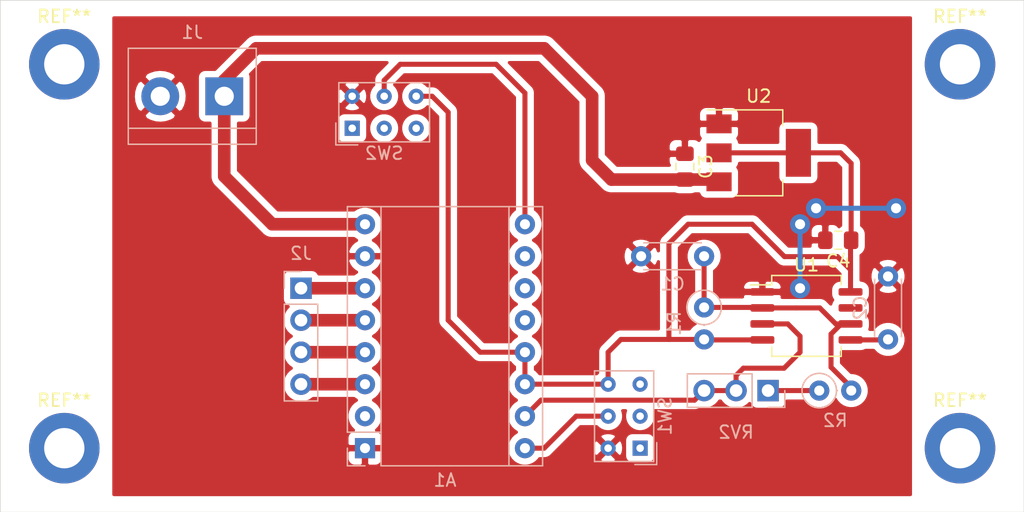
<source format=kicad_pcb>
(kicad_pcb (version 20171130) (host pcbnew "(5.1.6-0-10_14)")

  (general
    (thickness 1.6)
    (drawings 4)
    (tracks 82)
    (zones 0)
    (modules 18)
    (nets 25)
  )

  (page A4)
  (layers
    (0 F.Cu signal hide)
    (31 B.Cu signal)
    (32 B.Adhes user hide)
    (33 F.Adhes user hide)
    (34 B.Paste user)
    (35 F.Paste user hide)
    (36 B.SilkS user)
    (37 F.SilkS user hide)
    (38 B.Mask user)
    (39 F.Mask user hide)
    (40 Dwgs.User user hide)
    (41 Cmts.User user hide)
    (42 Eco1.User user hide)
    (43 Eco2.User user hide)
    (44 Edge.Cuts user)
    (45 Margin user hide)
    (46 B.CrtYd user)
    (47 F.CrtYd user hide)
    (48 B.Fab user)
    (49 F.Fab user hide)
  )

  (setup
    (last_trace_width 0.4)
    (trace_clearance 0.4)
    (zone_clearance 0.508)
    (zone_45_only no)
    (trace_min 0.2)
    (via_size 0.8)
    (via_drill 0.4)
    (via_min_size 0.4)
    (via_min_drill 0.3)
    (uvia_size 0.3)
    (uvia_drill 0.1)
    (uvias_allowed no)
    (uvia_min_size 0.2)
    (uvia_min_drill 0.1)
    (edge_width 0.05)
    (segment_width 0.2)
    (pcb_text_width 0.3)
    (pcb_text_size 1.5 1.5)
    (mod_edge_width 0.12)
    (mod_text_size 1 1)
    (mod_text_width 0.15)
    (pad_size 1.524 1.524)
    (pad_drill 0.762)
    (pad_to_mask_clearance 0.05)
    (aux_axis_origin 68.58 50.8)
    (visible_elements FFFFFF7F)
    (pcbplotparams
      (layerselection 0x010fc_ffffffff)
      (usegerberextensions false)
      (usegerberattributes true)
      (usegerberadvancedattributes true)
      (creategerberjobfile true)
      (excludeedgelayer true)
      (linewidth 0.150000)
      (plotframeref false)
      (viasonmask false)
      (mode 1)
      (useauxorigin false)
      (hpglpennumber 1)
      (hpglpenspeed 20)
      (hpglpendiameter 15.000000)
      (psnegative false)
      (psa4output false)
      (plotreference true)
      (plotvalue true)
      (plotinvisibletext false)
      (padsonsilk false)
      (subtractmaskfromsilk false)
      (outputformat 1)
      (mirror false)
      (drillshape 1)
      (scaleselection 1)
      (outputdirectory ""))
  )

  (net 0 "")
  (net 1 GND)
  (net 2 EN)
  (net 3 "Net-(A1-Pad2)")
  (net 4 "Net-(A1-Pad10)")
  (net 5 "Net-(A1-Pad3)")
  (net 6 "Net-(A1-Pad11)")
  (net 7 "Net-(A1-Pad4)")
  (net 8 "Net-(A1-Pad12)")
  (net 9 "Net-(A1-Pad5)")
  (net 10 5V)
  (net 11 "Net-(A1-Pad6)")
  (net 12 STEP)
  (net 13 VMOT)
  (net 14 DIR)
  (net 15 "Net-(C1-Pad2)")
  (net 16 "Net-(C2-Pad2)")
  (net 17 "Net-(R2-Pad1)")
  (net 18 "Net-(SW1-Pad1)")
  (net 19 "Net-(SW1-Pad2)")
  (net 20 "Net-(SW1-Pad3)")
  (net 21 "Net-(SW2-Pad3)")
  (net 22 "Net-(SW2-Pad2)")
  (net 23 "Net-(SW2-Pad1)")
  (net 24 "Net-(U1-Pad7)")

  (net_class Default "This is the default net class."
    (clearance 0.4)
    (trace_width 0.4)
    (via_dia 0.8)
    (via_drill 0.4)
    (uvia_dia 0.3)
    (uvia_drill 0.1)
    (add_net 5V)
    (add_net DIR)
    (add_net EN)
    (add_net GND)
    (add_net "Net-(A1-Pad10)")
    (add_net "Net-(A1-Pad11)")
    (add_net "Net-(A1-Pad12)")
    (add_net "Net-(A1-Pad2)")
    (add_net "Net-(C1-Pad2)")
    (add_net "Net-(C2-Pad2)")
    (add_net "Net-(R2-Pad1)")
    (add_net "Net-(SW1-Pad1)")
    (add_net "Net-(SW1-Pad2)")
    (add_net "Net-(SW1-Pad3)")
    (add_net "Net-(SW2-Pad1)")
    (add_net "Net-(SW2-Pad2)")
    (add_net "Net-(SW2-Pad3)")
    (add_net "Net-(U1-Pad7)")
    (add_net STEP)
  )

  (net_class POWER ""
    (clearance 0.4)
    (trace_width 1)
    (via_dia 0.8)
    (via_drill 0.4)
    (uvia_dia 0.3)
    (uvia_drill 0.1)
    (add_net "Net-(A1-Pad3)")
    (add_net "Net-(A1-Pad4)")
    (add_net "Net-(A1-Pad5)")
    (add_net "Net-(A1-Pad6)")
    (add_net VMOT)
  )

  (module MountingHole:MountingHole_3.2mm_M3_DIN965_Pad (layer F.Cu) (tedit 56D1B4CB) (tstamp 5F2715B7)
    (at 144.78 55.88)
    (descr "Mounting Hole 3.2mm, M3, DIN965")
    (tags "mounting hole 3.2mm m3 din965")
    (attr virtual)
    (fp_text reference REF** (at 0 -3.8) (layer F.SilkS)
      (effects (font (size 1 1) (thickness 0.15)))
    )
    (fp_text value MountingHole_3.2mm_M3_DIN965_Pad (at 0 3.8) (layer F.Fab)
      (effects (font (size 1 1) (thickness 0.15)))
    )
    (fp_circle (center 0 0) (end 2.8 0) (layer Cmts.User) (width 0.15))
    (fp_circle (center 0 0) (end 3.05 0) (layer F.CrtYd) (width 0.05))
    (fp_text user %R (at 0.3 0) (layer F.Fab)
      (effects (font (size 1 1) (thickness 0.15)))
    )
    (pad 1 thru_hole circle (at 0 0) (size 5.6 5.6) (drill 3.2) (layers *.Cu *.Mask))
  )

  (module MountingHole:MountingHole_3.2mm_M3_DIN965_Pad (layer F.Cu) (tedit 56D1B4CB) (tstamp 5F2715A9)
    (at 144.78 86.36)
    (descr "Mounting Hole 3.2mm, M3, DIN965")
    (tags "mounting hole 3.2mm m3 din965")
    (attr virtual)
    (fp_text reference REF** (at 0 -3.8) (layer F.SilkS)
      (effects (font (size 1 1) (thickness 0.15)))
    )
    (fp_text value MountingHole_3.2mm_M3_DIN965_Pad (at 0 3.8) (layer F.Fab)
      (effects (font (size 1 1) (thickness 0.15)))
    )
    (fp_circle (center 0 0) (end 3.05 0) (layer F.CrtYd) (width 0.05))
    (fp_circle (center 0 0) (end 2.8 0) (layer Cmts.User) (width 0.15))
    (fp_text user %R (at 0.3 0) (layer F.Fab)
      (effects (font (size 1 1) (thickness 0.15)))
    )
    (pad 1 thru_hole circle (at 0 0) (size 5.6 5.6) (drill 3.2) (layers *.Cu *.Mask))
  )

  (module MountingHole:MountingHole_3.2mm_M3_DIN965_Pad (layer F.Cu) (tedit 56D1B4CB) (tstamp 5F27159B)
    (at 73.66 86.36)
    (descr "Mounting Hole 3.2mm, M3, DIN965")
    (tags "mounting hole 3.2mm m3 din965")
    (attr virtual)
    (fp_text reference REF** (at 0 -3.8) (layer F.SilkS)
      (effects (font (size 1 1) (thickness 0.15)))
    )
    (fp_text value MountingHole_3.2mm_M3_DIN965_Pad (at 0 3.8) (layer F.Fab)
      (effects (font (size 1 1) (thickness 0.15)))
    )
    (fp_circle (center 0 0) (end 2.8 0) (layer Cmts.User) (width 0.15))
    (fp_circle (center 0 0) (end 3.05 0) (layer F.CrtYd) (width 0.05))
    (fp_text user %R (at 0.3 0) (layer F.Fab)
      (effects (font (size 1 1) (thickness 0.15)))
    )
    (pad 1 thru_hole circle (at 0 0) (size 5.6 5.6) (drill 3.2) (layers *.Cu *.Mask))
  )

  (module MountingHole:MountingHole_3.2mm_M3_DIN965_Pad (layer F.Cu) (tedit 56D1B4CB) (tstamp 5F27157D)
    (at 73.66 55.88)
    (descr "Mounting Hole 3.2mm, M3, DIN965")
    (tags "mounting hole 3.2mm m3 din965")
    (attr virtual)
    (fp_text reference REF** (at 0 -3.8) (layer F.SilkS)
      (effects (font (size 1 1) (thickness 0.15)))
    )
    (fp_text value MountingHole_3.2mm_M3_DIN965_Pad (at 0 3.8) (layer F.Fab)
      (effects (font (size 1 1) (thickness 0.15)))
    )
    (fp_circle (center 0 0) (end 3.05 0) (layer F.CrtYd) (width 0.05))
    (fp_circle (center 0 0) (end 2.8 0) (layer Cmts.User) (width 0.15))
    (fp_text user %R (at 0.3 0) (layer F.Fab)
      (effects (font (size 1 1) (thickness 0.15)))
    )
    (pad 1 thru_hole circle (at 0 0) (size 5.6 5.6) (drill 3.2) (layers *.Cu *.Mask))
  )

  (module Module:Pololu_Breakout-16_15.2x20.3mm (layer B.Cu) (tedit 58AB602C) (tstamp 5F269D91)
    (at 97.536 86.36)
    (descr "Pololu Breakout 16-pin 15.2x20.3mm 0.6x0.8\\")
    (tags "Pololu Breakout")
    (path /5F1C4D7C)
    (fp_text reference A1 (at 6.35 2.54) (layer B.SilkS)
      (effects (font (size 1 1) (thickness 0.15)) (justify mirror))
    )
    (fp_text value DRV8825 (at 6.35 -20.17) (layer B.Fab)
      (effects (font (size 1 1) (thickness 0.15)) (justify mirror))
    )
    (fp_line (start 11.43 1.4) (end 11.43 -19.18) (layer B.SilkS) (width 0.12))
    (fp_line (start 1.27 -1.27) (end 1.27 -19.18) (layer B.SilkS) (width 0.12))
    (fp_line (start 0 1.4) (end -1.4 1.4) (layer B.SilkS) (width 0.12))
    (fp_line (start -1.4 1.4) (end -1.4 0) (layer B.SilkS) (width 0.12))
    (fp_line (start 1.27 1.4) (end 1.27 -1.27) (layer B.SilkS) (width 0.12))
    (fp_line (start 1.27 -1.27) (end -1.4 -1.27) (layer B.SilkS) (width 0.12))
    (fp_line (start -1.4 -1.27) (end -1.4 -19.18) (layer B.SilkS) (width 0.12))
    (fp_line (start -1.4 -19.18) (end 14.1 -19.18) (layer B.SilkS) (width 0.12))
    (fp_line (start 14.1 -19.18) (end 14.1 1.4) (layer B.SilkS) (width 0.12))
    (fp_line (start 14.1 1.4) (end 1.27 1.4) (layer B.SilkS) (width 0.12))
    (fp_line (start -1.27 0) (end 0 1.27) (layer B.Fab) (width 0.1))
    (fp_line (start 0 1.27) (end 13.97 1.27) (layer B.Fab) (width 0.1))
    (fp_line (start 13.97 1.27) (end 13.97 -19.05) (layer B.Fab) (width 0.1))
    (fp_line (start 13.97 -19.05) (end -1.27 -19.05) (layer B.Fab) (width 0.1))
    (fp_line (start -1.27 -19.05) (end -1.27 0) (layer B.Fab) (width 0.1))
    (fp_line (start -1.53 1.52) (end 14.21 1.52) (layer B.CrtYd) (width 0.05))
    (fp_line (start -1.53 1.52) (end -1.53 -19.3) (layer B.CrtYd) (width 0.05))
    (fp_line (start 14.21 -19.3) (end 14.21 1.52) (layer B.CrtYd) (width 0.05))
    (fp_line (start 14.21 -19.3) (end -1.53 -19.3) (layer B.CrtYd) (width 0.05))
    (fp_text user %R (at 6.35 0) (layer B.Fab) hide
      (effects (font (size 1 1) (thickness 0.15)) (justify mirror))
    )
    (pad 1 thru_hole rect (at 0 0) (size 1.6 1.6) (drill 0.8) (layers *.Cu *.Mask)
      (net 1 GND))
    (pad 9 thru_hole oval (at 12.7 -17.78) (size 1.6 1.6) (drill 0.8) (layers *.Cu *.Mask)
      (net 2 EN))
    (pad 2 thru_hole oval (at 0 -2.54) (size 1.6 1.6) (drill 0.8) (layers *.Cu *.Mask)
      (net 3 "Net-(A1-Pad2)"))
    (pad 10 thru_hole oval (at 12.7 -15.24) (size 1.6 1.6) (drill 0.8) (layers *.Cu *.Mask)
      (net 4 "Net-(A1-Pad10)"))
    (pad 3 thru_hole oval (at 0 -5.08) (size 1.6 1.6) (drill 0.8) (layers *.Cu *.Mask)
      (net 5 "Net-(A1-Pad3)"))
    (pad 11 thru_hole oval (at 12.7 -12.7) (size 1.6 1.6) (drill 0.8) (layers *.Cu *.Mask)
      (net 6 "Net-(A1-Pad11)"))
    (pad 4 thru_hole oval (at 0 -7.62) (size 1.6 1.6) (drill 0.8) (layers *.Cu *.Mask)
      (net 7 "Net-(A1-Pad4)"))
    (pad 12 thru_hole oval (at 12.7 -10.16) (size 1.6 1.6) (drill 0.8) (layers *.Cu *.Mask)
      (net 8 "Net-(A1-Pad12)"))
    (pad 5 thru_hole oval (at 0 -10.16) (size 1.6 1.6) (drill 0.8) (layers *.Cu *.Mask)
      (net 9 "Net-(A1-Pad5)"))
    (pad 13 thru_hole oval (at 12.7 -7.62) (size 1.6 1.6) (drill 0.8) (layers *.Cu *.Mask)
      (net 10 5V))
    (pad 6 thru_hole oval (at 0 -12.7) (size 1.6 1.6) (drill 0.8) (layers *.Cu *.Mask)
      (net 11 "Net-(A1-Pad6)"))
    (pad 14 thru_hole oval (at 12.7 -5.08) (size 1.6 1.6) (drill 0.8) (layers *.Cu *.Mask)
      (net 10 5V))
    (pad 7 thru_hole oval (at 0 -15.24) (size 1.6 1.6) (drill 0.8) (layers *.Cu *.Mask)
      (net 1 GND))
    (pad 15 thru_hole oval (at 12.7 -2.54) (size 1.6 1.6) (drill 0.8) (layers *.Cu *.Mask)
      (net 12 STEP))
    (pad 8 thru_hole oval (at 0 -17.78) (size 1.6 1.6) (drill 0.8) (layers *.Cu *.Mask)
      (net 13 VMOT))
    (pad 16 thru_hole oval (at 12.7 0) (size 1.6 1.6) (drill 0.8) (layers *.Cu *.Mask)
      (net 14 DIR))
    (model ${KISYS3DMOD}/Module.3dshapes/Pololu_Breakout-16_15.2x20.3mm.wrl
      (at (xyz 0 0 0))
      (scale (xyz 1 1 1))
      (rotate (xyz 0 0 0))
    )
  )

  (module Capacitor_THT:C_Disc_D4.3mm_W1.9mm_P5.00mm (layer B.Cu) (tedit 5AE50EF0) (tstamp 5F269DA6)
    (at 119.46 71.12)
    (descr "C, Disc series, Radial, pin pitch=5.00mm, , diameter*width=4.3*1.9mm^2, Capacitor, http://www.vishay.com/docs/45233/krseries.pdf")
    (tags "C Disc series Radial pin pitch 5.00mm  diameter 4.3mm width 1.9mm Capacitor")
    (path /5F1FA2F8)
    (fp_text reference C1 (at 2.5 2.2) (layer B.SilkS)
      (effects (font (size 1 1) (thickness 0.15)) (justify mirror))
    )
    (fp_text value 1uF (at 2.5 -2.2) (layer B.Fab)
      (effects (font (size 1 1) (thickness 0.15)) (justify mirror))
    )
    (fp_line (start 6.05 1.2) (end -1.05 1.2) (layer B.CrtYd) (width 0.05))
    (fp_line (start 6.05 -1.2) (end 6.05 1.2) (layer B.CrtYd) (width 0.05))
    (fp_line (start -1.05 -1.2) (end 6.05 -1.2) (layer B.CrtYd) (width 0.05))
    (fp_line (start -1.05 1.2) (end -1.05 -1.2) (layer B.CrtYd) (width 0.05))
    (fp_line (start 4.77 -1.055) (end 4.77 -1.07) (layer B.SilkS) (width 0.12))
    (fp_line (start 4.77 1.07) (end 4.77 1.055) (layer B.SilkS) (width 0.12))
    (fp_line (start 0.23 -1.055) (end 0.23 -1.07) (layer B.SilkS) (width 0.12))
    (fp_line (start 0.23 1.07) (end 0.23 1.055) (layer B.SilkS) (width 0.12))
    (fp_line (start 0.23 -1.07) (end 4.77 -1.07) (layer B.SilkS) (width 0.12))
    (fp_line (start 0.23 1.07) (end 4.77 1.07) (layer B.SilkS) (width 0.12))
    (fp_line (start 4.65 0.95) (end 0.35 0.95) (layer B.Fab) (width 0.1))
    (fp_line (start 4.65 -0.95) (end 4.65 0.95) (layer B.Fab) (width 0.1))
    (fp_line (start 0.35 -0.95) (end 4.65 -0.95) (layer B.Fab) (width 0.1))
    (fp_line (start 0.35 0.95) (end 0.35 -0.95) (layer B.Fab) (width 0.1))
    (fp_text user %R (at 2.5 2.54) (layer B.Fab)
      (effects (font (size 0.86 0.86) (thickness 0.129)) (justify mirror))
    )
    (pad 2 thru_hole circle (at 5 0) (size 1.6 1.6) (drill 0.8) (layers *.Cu *.Mask)
      (net 15 "Net-(C1-Pad2)"))
    (pad 1 thru_hole circle (at 0 0) (size 1.6 1.6) (drill 0.8) (layers *.Cu *.Mask)
      (net 1 GND))
    (model ${KISYS3DMOD}/Capacitor_THT.3dshapes/C_Disc_D4.3mm_W1.9mm_P5.00mm.wrl
      (at (xyz 0 0 0))
      (scale (xyz 1 1 1))
      (rotate (xyz 0 0 0))
    )
  )

  (module Capacitor_THT:C_Disc_D4.3mm_W1.9mm_P5.00mm (layer B.Cu) (tedit 5AE50EF0) (tstamp 5F269DBB)
    (at 139.065 72.724 270)
    (descr "C, Disc series, Radial, pin pitch=5.00mm, , diameter*width=4.3*1.9mm^2, Capacitor, http://www.vishay.com/docs/45233/krseries.pdf")
    (tags "C Disc series Radial pin pitch 5.00mm  diameter 4.3mm width 1.9mm Capacitor")
    (path /5F1F55BF)
    (fp_text reference C2 (at 2.5 2.2 90) (layer B.SilkS)
      (effects (font (size 1 1) (thickness 0.15)) (justify mirror))
    )
    (fp_text value 0.01uF (at 2.5 -2.2 90) (layer B.Fab)
      (effects (font (size 1 1) (thickness 0.15)) (justify mirror))
    )
    (fp_line (start 0.35 0.95) (end 0.35 -0.95) (layer B.Fab) (width 0.1))
    (fp_line (start 0.35 -0.95) (end 4.65 -0.95) (layer B.Fab) (width 0.1))
    (fp_line (start 4.65 -0.95) (end 4.65 0.95) (layer B.Fab) (width 0.1))
    (fp_line (start 4.65 0.95) (end 0.35 0.95) (layer B.Fab) (width 0.1))
    (fp_line (start 0.23 1.07) (end 4.77 1.07) (layer B.SilkS) (width 0.12))
    (fp_line (start 0.23 -1.07) (end 4.77 -1.07) (layer B.SilkS) (width 0.12))
    (fp_line (start 0.23 1.07) (end 0.23 1.055) (layer B.SilkS) (width 0.12))
    (fp_line (start 0.23 -1.055) (end 0.23 -1.07) (layer B.SilkS) (width 0.12))
    (fp_line (start 4.77 1.07) (end 4.77 1.055) (layer B.SilkS) (width 0.12))
    (fp_line (start 4.77 -1.055) (end 4.77 -1.07) (layer B.SilkS) (width 0.12))
    (fp_line (start -1.05 1.2) (end -1.05 -1.2) (layer B.CrtYd) (width 0.05))
    (fp_line (start -1.05 -1.2) (end 6.05 -1.2) (layer B.CrtYd) (width 0.05))
    (fp_line (start 6.05 -1.2) (end 6.05 1.2) (layer B.CrtYd) (width 0.05))
    (fp_line (start 6.05 1.2) (end -1.05 1.2) (layer B.CrtYd) (width 0.05))
    (fp_text user %R (at 2.46 1.905 90) (layer B.Fab)
      (effects (font (size 0.86 0.86) (thickness 0.129)) (justify mirror))
    )
    (pad 1 thru_hole circle (at 0 0 270) (size 1.6 1.6) (drill 0.8) (layers *.Cu *.Mask)
      (net 1 GND))
    (pad 2 thru_hole circle (at 5 0 270) (size 1.6 1.6) (drill 0.8) (layers *.Cu *.Mask)
      (net 16 "Net-(C2-Pad2)"))
    (model ${KISYS3DMOD}/Capacitor_THT.3dshapes/C_Disc_D4.3mm_W1.9mm_P5.00mm.wrl
      (at (xyz 0 0 0))
      (scale (xyz 1 1 1))
      (rotate (xyz 0 0 0))
    )
  )

  (module Capacitor_SMD:C_0805_2012Metric_Pad1.15x1.40mm_HandSolder (layer F.Cu) (tedit 5B36C52B) (tstamp 5F269DCC)
    (at 122.936 64.008 270)
    (descr "Capacitor SMD 0805 (2012 Metric), square (rectangular) end terminal, IPC_7351 nominal with elongated pad for handsoldering. (Body size source: https://docs.google.com/spreadsheets/d/1BsfQQcO9C6DZCsRaXUlFlo91Tg2WpOkGARC1WS5S8t0/edit?usp=sharing), generated with kicad-footprint-generator")
    (tags "capacitor handsolder")
    (path /5F22DC3C)
    (attr smd)
    (fp_text reference C3 (at 0 -1.65 90) (layer F.SilkS)
      (effects (font (size 1 1) (thickness 0.15)))
    )
    (fp_text value 0.1uF (at 0 1.65 90) (layer F.Fab)
      (effects (font (size 1 1) (thickness 0.15)))
    )
    (fp_line (start -1 0.6) (end -1 -0.6) (layer F.Fab) (width 0.1))
    (fp_line (start -1 -0.6) (end 1 -0.6) (layer F.Fab) (width 0.1))
    (fp_line (start 1 -0.6) (end 1 0.6) (layer F.Fab) (width 0.1))
    (fp_line (start 1 0.6) (end -1 0.6) (layer F.Fab) (width 0.1))
    (fp_line (start -0.261252 -0.71) (end 0.261252 -0.71) (layer F.SilkS) (width 0.12))
    (fp_line (start -0.261252 0.71) (end 0.261252 0.71) (layer F.SilkS) (width 0.12))
    (fp_line (start -1.85 0.95) (end -1.85 -0.95) (layer F.CrtYd) (width 0.05))
    (fp_line (start -1.85 -0.95) (end 1.85 -0.95) (layer F.CrtYd) (width 0.05))
    (fp_line (start 1.85 -0.95) (end 1.85 0.95) (layer F.CrtYd) (width 0.05))
    (fp_line (start 1.85 0.95) (end -1.85 0.95) (layer F.CrtYd) (width 0.05))
    (fp_text user %R (at 0 0 90) (layer F.Fab)
      (effects (font (size 0.5 0.5) (thickness 0.08)))
    )
    (pad 1 smd roundrect (at -1.025 0 270) (size 1.15 1.4) (layers F.Cu F.Paste F.Mask) (roundrect_rratio 0.217391)
      (net 1 GND))
    (pad 2 smd roundrect (at 1.025 0 270) (size 1.15 1.4) (layers F.Cu F.Paste F.Mask) (roundrect_rratio 0.217391)
      (net 13 VMOT))
    (model ${KISYS3DMOD}/Capacitor_SMD.3dshapes/C_0805_2012Metric.wrl
      (at (xyz 0 0 0))
      (scale (xyz 1 1 1))
      (rotate (xyz 0 0 0))
    )
  )

  (module Capacitor_SMD:C_0805_2012Metric_Pad1.15x1.40mm_HandSolder (layer F.Cu) (tedit 5B36C52B) (tstamp 5F269DDD)
    (at 135.11 69.85 180)
    (descr "Capacitor SMD 0805 (2012 Metric), square (rectangular) end terminal, IPC_7351 nominal with elongated pad for handsoldering. (Body size source: https://docs.google.com/spreadsheets/d/1BsfQQcO9C6DZCsRaXUlFlo91Tg2WpOkGARC1WS5S8t0/edit?usp=sharing), generated with kicad-footprint-generator")
    (tags "capacitor handsolder")
    (path /5F231248)
    (attr smd)
    (fp_text reference C4 (at 0 -1.65) (layer F.SilkS)
      (effects (font (size 1 1) (thickness 0.15)))
    )
    (fp_text value 0.1uF (at 0 1.65) (layer F.Fab)
      (effects (font (size 1 1) (thickness 0.15)))
    )
    (fp_line (start 1.85 0.95) (end -1.85 0.95) (layer F.CrtYd) (width 0.05))
    (fp_line (start 1.85 -0.95) (end 1.85 0.95) (layer F.CrtYd) (width 0.05))
    (fp_line (start -1.85 -0.95) (end 1.85 -0.95) (layer F.CrtYd) (width 0.05))
    (fp_line (start -1.85 0.95) (end -1.85 -0.95) (layer F.CrtYd) (width 0.05))
    (fp_line (start -0.261252 0.71) (end 0.261252 0.71) (layer F.SilkS) (width 0.12))
    (fp_line (start -0.261252 -0.71) (end 0.261252 -0.71) (layer F.SilkS) (width 0.12))
    (fp_line (start 1 0.6) (end -1 0.6) (layer F.Fab) (width 0.1))
    (fp_line (start 1 -0.6) (end 1 0.6) (layer F.Fab) (width 0.1))
    (fp_line (start -1 -0.6) (end 1 -0.6) (layer F.Fab) (width 0.1))
    (fp_line (start -1 0.6) (end -1 -0.6) (layer F.Fab) (width 0.1))
    (fp_text user %R (at 0 0) (layer F.Fab)
      (effects (font (size 0.5 0.5) (thickness 0.08)))
    )
    (pad 2 smd roundrect (at 1.025 0 180) (size 1.15 1.4) (layers F.Cu F.Paste F.Mask) (roundrect_rratio 0.217391)
      (net 1 GND))
    (pad 1 smd roundrect (at -1.025 0 180) (size 1.15 1.4) (layers F.Cu F.Paste F.Mask) (roundrect_rratio 0.217391)
      (net 10 5V))
    (model ${KISYS3DMOD}/Capacitor_SMD.3dshapes/C_0805_2012Metric.wrl
      (at (xyz 0 0 0))
      (scale (xyz 1 1 1))
      (rotate (xyz 0 0 0))
    )
  )

  (module TerminalBlock:TerminalBlock_bornier-2_P5.08mm (layer B.Cu) (tedit 59FF03AB) (tstamp 5F269DF2)
    (at 86.36 58.42 180)
    (descr "simple 2-pin terminal block, pitch 5.08mm, revamped version of bornier2")
    (tags "terminal block bornier2")
    (path /5F1CE645)
    (fp_text reference J1 (at 2.54 5.08 180) (layer B.SilkS)
      (effects (font (size 1 1) (thickness 0.15)) (justify mirror))
    )
    (fp_text value POWER (at 2.54 -5.08 180) (layer B.Fab)
      (effects (font (size 1 1) (thickness 0.15)) (justify mirror))
    )
    (fp_line (start -2.41 -2.55) (end 7.49 -2.55) (layer B.Fab) (width 0.1))
    (fp_line (start -2.46 3.75) (end -2.46 -3.75) (layer B.Fab) (width 0.1))
    (fp_line (start -2.46 -3.75) (end 7.54 -3.75) (layer B.Fab) (width 0.1))
    (fp_line (start 7.54 -3.75) (end 7.54 3.75) (layer B.Fab) (width 0.1))
    (fp_line (start 7.54 3.75) (end -2.46 3.75) (layer B.Fab) (width 0.1))
    (fp_line (start 7.62 -2.54) (end -2.54 -2.54) (layer B.SilkS) (width 0.12))
    (fp_line (start 7.62 -3.81) (end 7.62 3.81) (layer B.SilkS) (width 0.12))
    (fp_line (start 7.62 3.81) (end -2.54 3.81) (layer B.SilkS) (width 0.12))
    (fp_line (start -2.54 3.81) (end -2.54 -3.81) (layer B.SilkS) (width 0.12))
    (fp_line (start -2.54 -3.81) (end 7.62 -3.81) (layer B.SilkS) (width 0.12))
    (fp_line (start -2.71 4) (end 7.79 4) (layer B.CrtYd) (width 0.05))
    (fp_line (start -2.71 4) (end -2.71 -4) (layer B.CrtYd) (width 0.05))
    (fp_line (start 7.79 -4) (end 7.79 4) (layer B.CrtYd) (width 0.05))
    (fp_line (start 7.79 -4) (end -2.71 -4) (layer B.CrtYd) (width 0.05))
    (fp_text user %R (at 2.97 0 180) (layer B.Fab)
      (effects (font (size 1 1) (thickness 0.15)) (justify mirror))
    )
    (pad 1 thru_hole rect (at 0 0 180) (size 3 3) (drill 1.52) (layers *.Cu *.Mask)
      (net 13 VMOT))
    (pad 2 thru_hole circle (at 5.08 0 180) (size 3 3) (drill 1.52) (layers *.Cu *.Mask)
      (net 1 GND))
    (model ${KISYS3DMOD}/TerminalBlock.3dshapes/TerminalBlock_bornier-2_P5.08mm.wrl
      (offset (xyz 2.539999961853027 0 0))
      (scale (xyz 1 1 1))
      (rotate (xyz 0 0 0))
    )
  )

  (module Connector_PinSocket_2.54mm:PinSocket_1x04_P2.54mm_Vertical (layer B.Cu) (tedit 5A19A429) (tstamp 5F269E0A)
    (at 92.456 73.66 180)
    (descr "Through hole straight socket strip, 1x04, 2.54mm pitch, single row (from Kicad 4.0.7), script generated")
    (tags "Through hole socket strip THT 1x04 2.54mm single row")
    (path /5F1CE36B)
    (fp_text reference J2 (at 0 2.77) (layer B.SilkS)
      (effects (font (size 1 1) (thickness 0.15)) (justify mirror))
    )
    (fp_text value Conn_01x04_Male (at 0 -10.39) (layer B.Fab) hide
      (effects (font (size 1 1) (thickness 0.15)) (justify mirror))
    )
    (fp_line (start -1.27 1.27) (end 0.635 1.27) (layer B.Fab) (width 0.1))
    (fp_line (start 0.635 1.27) (end 1.27 0.635) (layer B.Fab) (width 0.1))
    (fp_line (start 1.27 0.635) (end 1.27 -8.89) (layer B.Fab) (width 0.1))
    (fp_line (start 1.27 -8.89) (end -1.27 -8.89) (layer B.Fab) (width 0.1))
    (fp_line (start -1.27 -8.89) (end -1.27 1.27) (layer B.Fab) (width 0.1))
    (fp_line (start -1.33 -1.27) (end 1.33 -1.27) (layer B.SilkS) (width 0.12))
    (fp_line (start -1.33 -1.27) (end -1.33 -8.95) (layer B.SilkS) (width 0.12))
    (fp_line (start -1.33 -8.95) (end 1.33 -8.95) (layer B.SilkS) (width 0.12))
    (fp_line (start 1.33 -1.27) (end 1.33 -8.95) (layer B.SilkS) (width 0.12))
    (fp_line (start 1.33 1.33) (end 1.33 0) (layer B.SilkS) (width 0.12))
    (fp_line (start 0 1.33) (end 1.33 1.33) (layer B.SilkS) (width 0.12))
    (fp_line (start -1.8 1.8) (end 1.75 1.8) (layer B.CrtYd) (width 0.05))
    (fp_line (start 1.75 1.8) (end 1.75 -9.4) (layer B.CrtYd) (width 0.05))
    (fp_line (start 1.75 -9.4) (end -1.8 -9.4) (layer B.CrtYd) (width 0.05))
    (fp_line (start -1.8 -9.4) (end -1.8 1.8) (layer B.CrtYd) (width 0.05))
    (fp_text user "MOTOR CONN" (at 2.286 -3.81 270) (layer B.Fab)
      (effects (font (size 1 1) (thickness 0.15)) (justify mirror))
    )
    (pad 1 thru_hole rect (at 0 0 180) (size 1.7 1.7) (drill 1) (layers *.Cu *.Mask)
      (net 11 "Net-(A1-Pad6)"))
    (pad 2 thru_hole oval (at 0 -2.54 180) (size 1.7 1.7) (drill 1) (layers *.Cu *.Mask)
      (net 9 "Net-(A1-Pad5)"))
    (pad 3 thru_hole oval (at 0 -5.08 180) (size 1.7 1.7) (drill 1) (layers *.Cu *.Mask)
      (net 7 "Net-(A1-Pad4)"))
    (pad 4 thru_hole oval (at 0 -7.62 180) (size 1.7 1.7) (drill 1) (layers *.Cu *.Mask)
      (net 5 "Net-(A1-Pad3)"))
    (model ${KISYS3DMOD}/Connector_PinSocket_2.54mm.3dshapes/PinSocket_1x04_P2.54mm_Vertical.wrl
      (at (xyz 0 0 0))
      (scale (xyz 1 1 1))
      (rotate (xyz 0 0 0))
    )
  )

  (module Resistor_THT:R_Axial_DIN0207_L6.3mm_D2.5mm_P2.54mm_Vertical (layer B.Cu) (tedit 5AE5139B) (tstamp 5F269E19)
    (at 124.46 75.184 270)
    (descr "Resistor, Axial_DIN0207 series, Axial, Vertical, pin pitch=2.54mm, 0.25W = 1/4W, length*diameter=6.3*2.5mm^2, http://cdn-reichelt.de/documents/datenblatt/B400/1_4W%23YAG.pdf")
    (tags "Resistor Axial_DIN0207 series Axial Vertical pin pitch 2.54mm 0.25W = 1/4W length 6.3mm diameter 2.5mm")
    (path /5F1FDF15)
    (fp_text reference R1 (at 1.27 2.37 90) (layer B.SilkS)
      (effects (font (size 1 1) (thickness 0.15)) (justify mirror))
    )
    (fp_text value 470K (at 1.27 -2.37 90) (layer B.Fab)
      (effects (font (size 1 1) (thickness 0.15)) (justify mirror))
    )
    (fp_circle (center 0 0) (end 1.25 0) (layer B.Fab) (width 0.1))
    (fp_circle (center 0 0) (end 1.37 0) (layer B.SilkS) (width 0.12))
    (fp_line (start 0 0) (end 2.54 0) (layer B.Fab) (width 0.1))
    (fp_line (start 1.37 0) (end 1.44 0) (layer B.SilkS) (width 0.12))
    (fp_line (start -1.5 1.5) (end -1.5 -1.5) (layer B.CrtYd) (width 0.05))
    (fp_line (start -1.5 -1.5) (end 3.59 -1.5) (layer B.CrtYd) (width 0.05))
    (fp_line (start 3.59 -1.5) (end 3.59 1.5) (layer B.CrtYd) (width 0.05))
    (fp_line (start 3.59 1.5) (end -1.5 1.5) (layer B.CrtYd) (width 0.05))
    (fp_text user %R (at 1.27 2.37 90) (layer B.Fab)
      (effects (font (size 1 1) (thickness 0.15)) (justify mirror))
    )
    (pad 1 thru_hole circle (at 0 0 270) (size 1.6 1.6) (drill 0.8) (layers *.Cu *.Mask)
      (net 15 "Net-(C1-Pad2)"))
    (pad 2 thru_hole oval (at 2.54 0 270) (size 1.6 1.6) (drill 0.8) (layers *.Cu *.Mask)
      (net 10 5V))
    (model ${KISYS3DMOD}/Resistor_THT.3dshapes/R_Axial_DIN0207_L6.3mm_D2.5mm_P2.54mm_Vertical.wrl
      (at (xyz 0 0 0))
      (scale (xyz 1 1 1))
      (rotate (xyz 0 0 0))
    )
  )

  (module Resistor_THT:R_Axial_DIN0207_L6.3mm_D2.5mm_P2.54mm_Vertical (layer B.Cu) (tedit 5AE5139B) (tstamp 5F269E28)
    (at 133.604 81.788)
    (descr "Resistor, Axial_DIN0207 series, Axial, Vertical, pin pitch=2.54mm, 0.25W = 1/4W, length*diameter=6.3*2.5mm^2, http://cdn-reichelt.de/documents/datenblatt/B400/1_4W%23YAG.pdf")
    (tags "Resistor Axial_DIN0207 series Axial Vertical pin pitch 2.54mm 0.25W = 1/4W length 6.3mm diameter 2.5mm")
    (path /5F1FC01A)
    (fp_text reference R2 (at 1.27 2.37) (layer B.SilkS)
      (effects (font (size 1 1) (thickness 0.15)) (justify mirror))
    )
    (fp_text value 330 (at 1.27 -2.37) (layer B.Fab)
      (effects (font (size 1 1) (thickness 0.15)) (justify mirror))
    )
    (fp_line (start 3.59 1.5) (end -1.5 1.5) (layer B.CrtYd) (width 0.05))
    (fp_line (start 3.59 -1.5) (end 3.59 1.5) (layer B.CrtYd) (width 0.05))
    (fp_line (start -1.5 -1.5) (end 3.59 -1.5) (layer B.CrtYd) (width 0.05))
    (fp_line (start -1.5 1.5) (end -1.5 -1.5) (layer B.CrtYd) (width 0.05))
    (fp_line (start 1.37 0) (end 1.44 0) (layer B.SilkS) (width 0.12))
    (fp_line (start 0 0) (end 2.54 0) (layer B.Fab) (width 0.1))
    (fp_circle (center 0 0) (end 1.37 0) (layer B.SilkS) (width 0.12))
    (fp_circle (center 0 0) (end 1.25 0) (layer B.Fab) (width 0.1))
    (fp_text user %R (at 1.27 2.37) (layer B.Fab)
      (effects (font (size 1 1) (thickness 0.15)) (justify mirror))
    )
    (pad 2 thru_hole oval (at 2.54 0) (size 1.6 1.6) (drill 0.8) (layers *.Cu *.Mask)
      (net 15 "Net-(C1-Pad2)"))
    (pad 1 thru_hole circle (at 0 0) (size 1.6 1.6) (drill 0.8) (layers *.Cu *.Mask)
      (net 17 "Net-(R2-Pad1)"))
    (model ${KISYS3DMOD}/Resistor_THT.3dshapes/R_Axial_DIN0207_L6.3mm_D2.5mm_P2.54mm_Vertical.wrl
      (at (xyz 0 0 0))
      (scale (xyz 1 1 1))
      (rotate (xyz 0 0 0))
    )
  )

  (module Connector_PinHeader_2.54mm:PinHeader_1x03_P2.54mm_Vertical (layer B.Cu) (tedit 59FED5CC) (tstamp 5F269E3F)
    (at 129.54 81.788 90)
    (descr "Through hole straight pin header, 1x03, 2.54mm pitch, single row")
    (tags "Through hole pin header THT 1x03 2.54mm single row")
    (path /5F1FB82A)
    (fp_text reference RV2 (at -3.302 -2.54 180) (layer B.SilkS)
      (effects (font (size 1 1) (thickness 0.15)) (justify mirror))
    )
    (fp_text value 50K (at 0 -7.41 90) (layer B.Fab) hide
      (effects (font (size 1 1) (thickness 0.15)) (justify mirror))
    )
    (fp_line (start -0.635 1.27) (end 1.27 1.27) (layer B.Fab) (width 0.1))
    (fp_line (start 1.27 1.27) (end 1.27 -6.35) (layer B.Fab) (width 0.1))
    (fp_line (start 1.27 -6.35) (end -1.27 -6.35) (layer B.Fab) (width 0.1))
    (fp_line (start -1.27 -6.35) (end -1.27 0.635) (layer B.Fab) (width 0.1))
    (fp_line (start -1.27 0.635) (end -0.635 1.27) (layer B.Fab) (width 0.1))
    (fp_line (start -1.33 -6.41) (end 1.33 -6.41) (layer B.SilkS) (width 0.12))
    (fp_line (start -1.33 -1.27) (end -1.33 -6.41) (layer B.SilkS) (width 0.12))
    (fp_line (start 1.33 -1.27) (end 1.33 -6.41) (layer B.SilkS) (width 0.12))
    (fp_line (start -1.33 -1.27) (end 1.33 -1.27) (layer B.SilkS) (width 0.12))
    (fp_line (start -1.33 0) (end -1.33 1.33) (layer B.SilkS) (width 0.12))
    (fp_line (start -1.33 1.33) (end 0 1.33) (layer B.SilkS) (width 0.12))
    (fp_line (start -1.8 1.8) (end -1.8 -6.85) (layer B.CrtYd) (width 0.05))
    (fp_line (start -1.8 -6.85) (end 1.8 -6.85) (layer B.CrtYd) (width 0.05))
    (fp_line (start 1.8 -6.85) (end 1.8 1.8) (layer B.CrtYd) (width 0.05))
    (fp_line (start 1.8 1.8) (end -1.8 1.8) (layer B.CrtYd) (width 0.05))
    (fp_text user %R (at -3.302 -2.54 180) (layer B.Fab) hide
      (effects (font (size 1 1) (thickness 0.15)) (justify mirror))
    )
    (pad 1 thru_hole rect (at 0 0 90) (size 1.7 1.7) (drill 1) (layers *.Cu *.Mask)
      (net 17 "Net-(R2-Pad1)"))
    (pad 2 thru_hole oval (at 0 -2.54 90) (size 1.7 1.7) (drill 1) (layers *.Cu *.Mask)
      (net 12 STEP))
    (pad 3 thru_hole oval (at 0 -5.08 90) (size 1.7 1.7) (drill 1) (layers *.Cu *.Mask)
      (net 12 STEP))
    (model ${KISYS3DMOD}/Connector_PinHeader_2.54mm.3dshapes/PinHeader_1x03_P2.54mm_Vertical.wrl
      (at (xyz 0 0 0))
      (scale (xyz 1 1 1))
      (rotate (xyz 0 0 0))
    )
  )

  (module Button_Switch_THT:SW_NKK_GW12LJP (layer B.Cu) (tedit 5AF090FA) (tstamp 5F269E65)
    (at 119.38 86.36 90)
    (descr "Switch, single pole double throw, illuminated paddle, http://www.nkkswitches.com/pdf/gwillum.pdf")
    (tags "switch single-pole double-throw spdt ON-ON illuminated LED")
    (path /5F1DCF29)
    (fp_text reference SW1 (at 2.54 1.98 90) (layer B.SilkS)
      (effects (font (size 1 1) (thickness 0.15)) (justify mirror))
    )
    (fp_text value "DIR SWITCH" (at 2.54 -4.52 90) (layer B.Fab)
      (effects (font (size 1 1) (thickness 0.15)) (justify mirror))
    )
    (fp_line (start 0.04 0.98) (end 6.04 0.98) (layer B.Fab) (width 0.1))
    (fp_line (start 6.04 0.98) (end 6.04 -3.52) (layer B.Fab) (width 0.1))
    (fp_line (start 6.04 -3.52) (end -0.96 -3.52) (layer B.Fab) (width 0.1))
    (fp_line (start -0.96 -3.52) (end -0.96 -0.02) (layer B.Fab) (width 0.1))
    (fp_line (start -0.96 -0.02) (end 0.04 0.98) (layer B.Fab) (width 0.1))
    (fp_line (start -0.96 -1.27) (end -1.21 -1.02) (layer B.Fab) (width 0.1))
    (fp_line (start -1.21 -1.02) (end -1.21 -0.27) (layer B.Fab) (width 0.1))
    (fp_line (start -1.21 -0.27) (end -0.96 -0.27) (layer B.Fab) (width 0.1))
    (fp_line (start 6.04 -1.27) (end 6.29 -1.02) (layer B.Fab) (width 0.1))
    (fp_line (start 6.29 -1.02) (end 6.29 -0.27) (layer B.Fab) (width 0.1))
    (fp_line (start 6.29 -0.27) (end 6.04 -0.27) (layer B.Fab) (width 0.1))
    (fp_line (start 2.54 0.98) (end 2.29 1.23) (layer B.Fab) (width 0.1))
    (fp_line (start 2.29 1.23) (end 1.54 1.23) (layer B.Fab) (width 0.1))
    (fp_line (start 1.54 1.23) (end 1.54 0.98) (layer B.Fab) (width 0.1))
    (fp_line (start 2.54 -3.52) (end 2.29 -3.77) (layer B.Fab) (width 0.1))
    (fp_line (start 2.29 -3.77) (end 1.54 -3.77) (layer B.Fab) (width 0.1))
    (fp_line (start 1.54 -3.77) (end 1.54 -3.52) (layer B.Fab) (width 0.1))
    (fp_line (start -1.06 1.08) (end -1.06 -3.62) (layer B.SilkS) (width 0.12))
    (fp_line (start -1.06 -3.62) (end 6.14 -3.62) (layer B.SilkS) (width 0.12))
    (fp_line (start 6.14 -3.62) (end 6.14 1.08) (layer B.SilkS) (width 0.12))
    (fp_line (start 6.14 1.08) (end -1.06 1.08) (layer B.SilkS) (width 0.12))
    (fp_line (start -1.3 -0.42) (end -1.3 1.32) (layer B.SilkS) (width 0.12))
    (fp_line (start -1.3 1.32) (end 0.44 1.32) (layer B.SilkS) (width 0.12))
    (fp_line (start -1.46 1.48) (end -1.46 -4.02) (layer B.CrtYd) (width 0.05))
    (fp_line (start -1.46 -4.02) (end 6.54 -4.02) (layer B.CrtYd) (width 0.05))
    (fp_line (start 6.54 -4.02) (end 6.54 1.48) (layer B.CrtYd) (width 0.05))
    (fp_line (start 6.54 1.48) (end -1.46 1.48) (layer B.CrtYd) (width 0.05))
    (fp_text user %R (at 2.54 -1.27 90) (layer B.Fab) hide
      (effects (font (size 1 1) (thickness 0.15)) (justify mirror))
    )
    (pad 1 thru_hole rect (at 0 0 90) (size 1.2 1.2) (drill 0.6) (layers *.Cu *.Mask)
      (net 18 "Net-(SW1-Pad1)"))
    (pad 4 thru_hole circle (at 0 -2.54 90) (size 1.2 1.2) (drill 0.6) (layers *.Cu *.Mask)
      (net 1 GND))
    (pad 2 thru_hole circle (at 2.54 0 90) (size 1.2 1.2) (drill 0.6) (layers *.Cu *.Mask)
      (net 19 "Net-(SW1-Pad2)"))
    (pad 5 thru_hole circle (at 2.54 -2.54 90) (size 1.2 1.2) (drill 0.6) (layers *.Cu *.Mask)
      (net 14 DIR))
    (pad 3 thru_hole circle (at 5.08 0 90) (size 1.2 1.2) (drill 0.6) (layers *.Cu *.Mask)
      (net 20 "Net-(SW1-Pad3)"))
    (pad 6 thru_hole circle (at 5.08 -2.54 90) (size 1.2 1.2) (drill 0.6) (layers *.Cu *.Mask)
      (net 10 5V))
    (model ${KISYS3DMOD}/Button_Switch_THT.3dshapes/SW_NKK_GW12LJP.wrl
      (at (xyz 0 0 0))
      (scale (xyz 1 1 1))
      (rotate (xyz 0 0 0))
    )
  )

  (module Button_Switch_THT:SW_NKK_GW12LJP (layer B.Cu) (tedit 5AF090FA) (tstamp 5F269E8B)
    (at 96.52 60.96)
    (descr "Switch, single pole double throw, illuminated paddle, http://www.nkkswitches.com/pdf/gwillum.pdf")
    (tags "switch single-pole double-throw spdt ON-ON illuminated LED")
    (path /5F2920CA)
    (fp_text reference SW2 (at 2.54 1.98) (layer B.SilkS)
      (effects (font (size 1 1) (thickness 0.15)) (justify mirror))
    )
    (fp_text value "ENABLE SWITCH" (at 2.54 -4.52) (layer B.Fab)
      (effects (font (size 1 1) (thickness 0.15)) (justify mirror))
    )
    (fp_line (start 6.54 1.48) (end -1.46 1.48) (layer B.CrtYd) (width 0.05))
    (fp_line (start 6.54 -4.02) (end 6.54 1.48) (layer B.CrtYd) (width 0.05))
    (fp_line (start -1.46 -4.02) (end 6.54 -4.02) (layer B.CrtYd) (width 0.05))
    (fp_line (start -1.46 1.48) (end -1.46 -4.02) (layer B.CrtYd) (width 0.05))
    (fp_line (start -1.3 1.32) (end 0.44 1.32) (layer B.SilkS) (width 0.12))
    (fp_line (start -1.3 -0.42) (end -1.3 1.32) (layer B.SilkS) (width 0.12))
    (fp_line (start 6.14 1.08) (end -1.06 1.08) (layer B.SilkS) (width 0.12))
    (fp_line (start 6.14 -3.62) (end 6.14 1.08) (layer B.SilkS) (width 0.12))
    (fp_line (start -1.06 -3.62) (end 6.14 -3.62) (layer B.SilkS) (width 0.12))
    (fp_line (start -1.06 1.08) (end -1.06 -3.62) (layer B.SilkS) (width 0.12))
    (fp_line (start 1.54 -3.77) (end 1.54 -3.52) (layer B.Fab) (width 0.1))
    (fp_line (start 2.29 -3.77) (end 1.54 -3.77) (layer B.Fab) (width 0.1))
    (fp_line (start 2.54 -3.52) (end 2.29 -3.77) (layer B.Fab) (width 0.1))
    (fp_line (start 1.54 1.23) (end 1.54 0.98) (layer B.Fab) (width 0.1))
    (fp_line (start 2.29 1.23) (end 1.54 1.23) (layer B.Fab) (width 0.1))
    (fp_line (start 2.54 0.98) (end 2.29 1.23) (layer B.Fab) (width 0.1))
    (fp_line (start 6.29 -0.27) (end 6.04 -0.27) (layer B.Fab) (width 0.1))
    (fp_line (start 6.29 -1.02) (end 6.29 -0.27) (layer B.Fab) (width 0.1))
    (fp_line (start 6.04 -1.27) (end 6.29 -1.02) (layer B.Fab) (width 0.1))
    (fp_line (start -1.21 -0.27) (end -0.96 -0.27) (layer B.Fab) (width 0.1))
    (fp_line (start -1.21 -1.02) (end -1.21 -0.27) (layer B.Fab) (width 0.1))
    (fp_line (start -0.96 -1.27) (end -1.21 -1.02) (layer B.Fab) (width 0.1))
    (fp_line (start -0.96 -0.02) (end 0.04 0.98) (layer B.Fab) (width 0.1))
    (fp_line (start -0.96 -3.52) (end -0.96 -0.02) (layer B.Fab) (width 0.1))
    (fp_line (start 6.04 -3.52) (end -0.96 -3.52) (layer B.Fab) (width 0.1))
    (fp_line (start 6.04 0.98) (end 6.04 -3.52) (layer B.Fab) (width 0.1))
    (fp_line (start 0.04 0.98) (end 6.04 0.98) (layer B.Fab) (width 0.1))
    (fp_text user %R (at 2.54 -1.27) (layer B.Fab) hide
      (effects (font (size 1 1) (thickness 0.15)) (justify mirror))
    )
    (pad 6 thru_hole circle (at 5.08 -2.54) (size 1.2 1.2) (drill 0.6) (layers *.Cu *.Mask)
      (net 10 5V))
    (pad 3 thru_hole circle (at 5.08 0) (size 1.2 1.2) (drill 0.6) (layers *.Cu *.Mask)
      (net 21 "Net-(SW2-Pad3)"))
    (pad 5 thru_hole circle (at 2.54 -2.54) (size 1.2 1.2) (drill 0.6) (layers *.Cu *.Mask)
      (net 2 EN))
    (pad 2 thru_hole circle (at 2.54 0) (size 1.2 1.2) (drill 0.6) (layers *.Cu *.Mask)
      (net 22 "Net-(SW2-Pad2)"))
    (pad 4 thru_hole circle (at 0 -2.54) (size 1.2 1.2) (drill 0.6) (layers *.Cu *.Mask)
      (net 1 GND))
    (pad 1 thru_hole rect (at 0 0) (size 1.2 1.2) (drill 0.6) (layers *.Cu *.Mask)
      (net 23 "Net-(SW2-Pad1)"))
    (model ${KISYS3DMOD}/Button_Switch_THT.3dshapes/SW_NKK_GW12LJP.wrl
      (at (xyz 0 0 0))
      (scale (xyz 1 1 1))
      (rotate (xyz 0 0 0))
    )
  )

  (module Package_SO:SO-8_5.3x6.2mm_P1.27mm (layer F.Cu) (tedit 5EA5315B) (tstamp 5F269EAA)
    (at 132.588 75.858)
    (descr "SO, 8 Pin (https://www.ti.com/lit/ml/msop001a/msop001a.pdf), generated with kicad-footprint-generator ipc_gullwing_generator.py")
    (tags "SO SO")
    (path /5F2154E9)
    (attr smd)
    (fp_text reference U1 (at 0 -4.05) (layer F.SilkS)
      (effects (font (size 1 1) (thickness 0.15)))
    )
    (fp_text value NE555P (at 0 4.05) (layer F.Fab)
      (effects (font (size 1 1) (thickness 0.15)))
    )
    (fp_line (start 0 3.21) (end 2.76 3.21) (layer F.SilkS) (width 0.12))
    (fp_line (start 2.76 3.21) (end 2.76 2.465) (layer F.SilkS) (width 0.12))
    (fp_line (start 0 3.21) (end -2.76 3.21) (layer F.SilkS) (width 0.12))
    (fp_line (start -2.76 3.21) (end -2.76 2.465) (layer F.SilkS) (width 0.12))
    (fp_line (start 0 -3.21) (end 2.76 -3.21) (layer F.SilkS) (width 0.12))
    (fp_line (start 2.76 -3.21) (end 2.76 -2.465) (layer F.SilkS) (width 0.12))
    (fp_line (start 0 -3.21) (end -2.76 -3.21) (layer F.SilkS) (width 0.12))
    (fp_line (start -2.76 -3.21) (end -2.76 -2.465) (layer F.SilkS) (width 0.12))
    (fp_line (start -2.76 -2.465) (end -4.45 -2.465) (layer F.SilkS) (width 0.12))
    (fp_line (start -1.65 -3.1) (end 2.65 -3.1) (layer F.Fab) (width 0.1))
    (fp_line (start 2.65 -3.1) (end 2.65 3.1) (layer F.Fab) (width 0.1))
    (fp_line (start 2.65 3.1) (end -2.65 3.1) (layer F.Fab) (width 0.1))
    (fp_line (start -2.65 3.1) (end -2.65 -2.1) (layer F.Fab) (width 0.1))
    (fp_line (start -2.65 -2.1) (end -1.65 -3.1) (layer F.Fab) (width 0.1))
    (fp_line (start -4.7 -3.35) (end -4.7 3.35) (layer F.CrtYd) (width 0.05))
    (fp_line (start -4.7 3.35) (end 4.7 3.35) (layer F.CrtYd) (width 0.05))
    (fp_line (start 4.7 3.35) (end 4.7 -3.35) (layer F.CrtYd) (width 0.05))
    (fp_line (start 4.7 -3.35) (end -4.7 -3.35) (layer F.CrtYd) (width 0.05))
    (fp_text user %R (at 0 0) (layer F.Fab)
      (effects (font (size 1 1) (thickness 0.15)))
    )
    (pad 1 smd roundrect (at -3.5 -1.905) (size 1.9 0.6) (layers F.Cu F.Paste F.Mask) (roundrect_rratio 0.25)
      (net 1 GND))
    (pad 2 smd roundrect (at -3.5 -0.635) (size 1.9 0.6) (layers F.Cu F.Paste F.Mask) (roundrect_rratio 0.25)
      (net 15 "Net-(C1-Pad2)"))
    (pad 3 smd roundrect (at -3.5 0.635) (size 1.9 0.6) (layers F.Cu F.Paste F.Mask) (roundrect_rratio 0.25)
      (net 12 STEP))
    (pad 4 smd roundrect (at -3.5 1.905) (size 1.9 0.6) (layers F.Cu F.Paste F.Mask) (roundrect_rratio 0.25)
      (net 10 5V))
    (pad 5 smd roundrect (at 3.5 1.905) (size 1.9 0.6) (layers F.Cu F.Paste F.Mask) (roundrect_rratio 0.25)
      (net 16 "Net-(C2-Pad2)"))
    (pad 6 smd roundrect (at 3.5 0.635) (size 1.9 0.6) (layers F.Cu F.Paste F.Mask) (roundrect_rratio 0.25)
      (net 15 "Net-(C1-Pad2)"))
    (pad 7 smd roundrect (at 3.5 -0.635) (size 1.9 0.6) (layers F.Cu F.Paste F.Mask) (roundrect_rratio 0.25)
      (net 24 "Net-(U1-Pad7)"))
    (pad 8 smd roundrect (at 3.5 -1.905) (size 1.9 0.6) (layers F.Cu F.Paste F.Mask) (roundrect_rratio 0.25)
      (net 10 5V))
    (model ${KISYS3DMOD}/Package_SO.3dshapes/SO-8_5.3x6.2mm_P1.27mm.wrl
      (at (xyz 0 0 0))
      (scale (xyz 1 1 1))
      (rotate (xyz 0 0 0))
    )
  )

  (module Package_TO_SOT_SMD:SOT-223-3_TabPin2 (layer F.Cu) (tedit 5A02FF57) (tstamp 5F269EC0)
    (at 128.796 62.91)
    (descr "module CMS SOT223 4 pins")
    (tags "CMS SOT")
    (path /5F228A3F)
    (attr smd)
    (fp_text reference U2 (at 0 -4.5) (layer F.SilkS)
      (effects (font (size 1 1) (thickness 0.15)))
    )
    (fp_text value AMS1117-5.0 (at 0 4.5) (layer F.Fab)
      (effects (font (size 1 1) (thickness 0.15)))
    )
    (fp_line (start 1.91 3.41) (end 1.91 2.15) (layer F.SilkS) (width 0.12))
    (fp_line (start 1.91 -3.41) (end 1.91 -2.15) (layer F.SilkS) (width 0.12))
    (fp_line (start 4.4 -3.6) (end -4.4 -3.6) (layer F.CrtYd) (width 0.05))
    (fp_line (start 4.4 3.6) (end 4.4 -3.6) (layer F.CrtYd) (width 0.05))
    (fp_line (start -4.4 3.6) (end 4.4 3.6) (layer F.CrtYd) (width 0.05))
    (fp_line (start -4.4 -3.6) (end -4.4 3.6) (layer F.CrtYd) (width 0.05))
    (fp_line (start -1.85 -2.35) (end -0.85 -3.35) (layer F.Fab) (width 0.1))
    (fp_line (start -1.85 -2.35) (end -1.85 3.35) (layer F.Fab) (width 0.1))
    (fp_line (start -1.85 3.41) (end 1.91 3.41) (layer F.SilkS) (width 0.12))
    (fp_line (start -0.85 -3.35) (end 1.85 -3.35) (layer F.Fab) (width 0.1))
    (fp_line (start -4.1 -3.41) (end 1.91 -3.41) (layer F.SilkS) (width 0.12))
    (fp_line (start -1.85 3.35) (end 1.85 3.35) (layer F.Fab) (width 0.1))
    (fp_line (start 1.85 -3.35) (end 1.85 3.35) (layer F.Fab) (width 0.1))
    (fp_text user %R (at -0.175001 -0.015001 90) (layer F.Fab)
      (effects (font (size 0.8 0.8) (thickness 0.12)))
    )
    (pad 2 smd rect (at 3.15 0) (size 2 3.8) (layers F.Cu F.Paste F.Mask)
      (net 10 5V))
    (pad 2 smd rect (at -3.15 0) (size 2 1.5) (layers F.Cu F.Paste F.Mask)
      (net 10 5V))
    (pad 3 smd rect (at -3.15 2.3) (size 2 1.5) (layers F.Cu F.Paste F.Mask)
      (net 13 VMOT))
    (pad 1 smd rect (at -3.15 -2.3) (size 2 1.5) (layers F.Cu F.Paste F.Mask)
      (net 1 GND))
    (model ${KISYS3DMOD}/Package_TO_SOT_SMD.3dshapes/SOT-223.wrl
      (at (xyz 0 0 0))
      (scale (xyz 1 1 1))
      (rotate (xyz 0 0 0))
    )
  )

  (gr_line (start 149.86 50.8) (end 68.58 50.8) (layer Edge.Cuts) (width 0.05) (tstamp 5F26B2F1))
  (gr_line (start 149.86 91.44) (end 149.86 50.8) (layer Edge.Cuts) (width 0.05))
  (gr_line (start 68.58 91.44) (end 149.86 91.44) (layer Edge.Cuts) (width 0.05))
  (gr_line (start 68.58 50.8) (end 68.58 91.44) (layer Edge.Cuts) (width 0.05))

  (via (at 132.08 68.58) (size 1.6) (drill 0.8) (layers F.Cu B.Cu) (net 1))
  (segment (start 132.08 73.66) (end 132.08 68.58) (width 0.4) (layer B.Cu) (net 1))
  (via (at 132.08 73.66) (size 1.6) (drill 0.8) (layers F.Cu B.Cu) (net 1))
  (via (at 133.35 67.31) (size 1.6) (drill 0.8) (layers F.Cu B.Cu) (net 1))
  (segment (start 133.35 67.31) (end 139.7 67.31) (width 0.4) (layer B.Cu) (net 1))
  (via (at 139.7 67.31) (size 1.6) (drill 0.8) (layers F.Cu B.Cu) (net 1))
  (segment (start 99.06 58.42) (end 99.06 57.15) (width 0.4) (layer F.Cu) (net 2))
  (segment (start 99.06 57.15) (end 100.33 55.88) (width 0.4) (layer F.Cu) (net 2))
  (segment (start 100.33 55.88) (end 107.95 55.88) (width 0.4) (layer F.Cu) (net 2))
  (segment (start 110.236 58.166) (end 110.236 68.58) (width 0.4) (layer F.Cu) (net 2))
  (segment (start 107.95 55.88) (end 110.236 58.166) (width 0.4) (layer F.Cu) (net 2))
  (segment (start 92.456 81.28) (end 97.536 81.28) (width 1) (layer F.Cu) (net 5))
  (segment (start 97.536 78.74) (end 92.456 78.74) (width 1) (layer F.Cu) (net 7))
  (segment (start 92.456 76.2) (end 97.536 76.2) (width 1) (layer F.Cu) (net 9))
  (segment (start 116.84 81.28) (end 110.236 81.28) (width 0.4) (layer F.Cu) (net 10))
  (segment (start 131.946 62.91) (end 135.3 62.91) (width 0.4) (layer F.Cu) (net 10))
  (segment (start 136.135 63.745) (end 136.135 69.85) (width 0.4) (layer F.Cu) (net 10))
  (segment (start 135.3 62.91) (end 136.135 63.745) (width 0.4) (layer F.Cu) (net 10))
  (segment (start 136.088 69.897) (end 136.135 69.85) (width 0.4) (layer F.Cu) (net 10))
  (segment (start 124.499 77.763) (end 124.46 77.724) (width 0.4) (layer F.Cu) (net 10))
  (segment (start 129.088 77.763) (end 124.499 77.763) (width 0.4) (layer F.Cu) (net 10))
  (segment (start 116.84 81.28) (end 116.84 78.74) (width 0.4) (layer F.Cu) (net 10))
  (segment (start 116.84 78.74) (end 117.856 77.724) (width 0.4) (layer F.Cu) (net 10))
  (segment (start 121.666 77.724) (end 121.666 70.104) (width 0.4) (layer F.Cu) (net 10))
  (segment (start 117.856 77.724) (end 121.666 77.724) (width 0.4) (layer F.Cu) (net 10))
  (segment (start 121.666 77.724) (end 124.46 77.724) (width 0.4) (layer F.Cu) (net 10))
  (segment (start 121.666 70.104) (end 123.19 68.58) (width 0.4) (layer F.Cu) (net 10))
  (segment (start 123.19 68.58) (end 128.27 68.58) (width 0.4) (layer F.Cu) (net 10))
  (segment (start 135.04601 71.15001) (end 136.088 72.192) (width 0.4) (layer F.Cu) (net 10))
  (segment (start 130.84001 71.15001) (end 135.04601 71.15001) (width 0.4) (layer F.Cu) (net 10))
  (segment (start 136.088 72.192) (end 136.088 69.897) (width 0.4) (layer F.Cu) (net 10))
  (segment (start 128.27 68.58) (end 130.84001 71.15001) (width 0.4) (layer F.Cu) (net 10))
  (segment (start 136.088 73.953) (end 136.088 72.192) (width 0.4) (layer F.Cu) (net 10))
  (segment (start 125.646 62.91) (end 131.946 62.91) (width 0.4) (layer F.Cu) (net 10))
  (segment (start 110.236 78.74) (end 110.236 81.28) (width 0.4) (layer F.Cu) (net 10))
  (segment (start 110.236 78.74) (end 106.68 78.74) (width 0.4) (layer F.Cu) (net 10))
  (segment (start 106.68 78.74) (end 104.14 76.2) (width 0.4) (layer F.Cu) (net 10))
  (segment (start 104.14 76.2) (end 104.14 59.69) (width 0.4) (layer F.Cu) (net 10))
  (segment (start 102.87 58.42) (end 101.6 58.42) (width 0.4) (layer F.Cu) (net 10))
  (segment (start 104.14 59.69) (end 102.87 58.42) (width 0.4) (layer F.Cu) (net 10))
  (segment (start 97.536 73.66) (end 92.456 73.66) (width 1) (layer F.Cu) (net 11))
  (segment (start 124.46 81.788) (end 127 81.788) (width 0.4) (layer F.Cu) (net 12))
  (segment (start 131.103 76.493) (end 129.088 76.493) (width 0.4) (layer F.Cu) (net 12))
  (segment (start 132.08 77.47) (end 131.103 76.493) (width 0.4) (layer F.Cu) (net 12))
  (segment (start 132.08 78.74) (end 132.08 77.47) (width 0.4) (layer F.Cu) (net 12))
  (segment (start 127 80.585919) (end 127.575919 80.01) (width 0.4) (layer F.Cu) (net 12))
  (segment (start 130.81 80.01) (end 132.08 78.74) (width 0.4) (layer F.Cu) (net 12))
  (segment (start 127.575919 80.01) (end 130.81 80.01) (width 0.4) (layer F.Cu) (net 12))
  (segment (start 127 81.788) (end 127 80.585919) (width 0.4) (layer F.Cu) (net 12))
  (segment (start 124.46 81.788) (end 123.698 82.55) (width 0.4) (layer F.Cu) (net 12))
  (segment (start 111.506 82.55) (end 110.236 83.82) (width 0.4) (layer F.Cu) (net 12))
  (segment (start 123.698 82.55) (end 111.506 82.55) (width 0.4) (layer F.Cu) (net 12))
  (segment (start 86.36 58.42) (end 86.36 64.77) (width 1) (layer F.Cu) (net 13))
  (segment (start 90.17 68.58) (end 97.536 68.58) (width 1) (layer F.Cu) (net 13))
  (segment (start 86.36 64.77) (end 90.17 68.58) (width 1) (layer F.Cu) (net 13))
  (segment (start 86.36 58.42) (end 86.36 57.15) (width 1) (layer F.Cu) (net 13))
  (segment (start 86.36 57.15) (end 88.9 54.61) (width 1) (layer F.Cu) (net 13))
  (segment (start 88.9 54.61) (end 111.76 54.61) (width 1) (layer F.Cu) (net 13))
  (segment (start 111.76 54.61) (end 115.57 58.42) (width 1) (layer F.Cu) (net 13))
  (segment (start 115.57 58.42) (end 115.57 63.5) (width 1) (layer F.Cu) (net 13))
  (segment (start 117.103 65.033) (end 122.936 65.033) (width 1) (layer F.Cu) (net 13))
  (segment (start 115.57 63.5) (end 117.103 65.033) (width 1) (layer F.Cu) (net 13))
  (segment (start 125.469 65.033) (end 125.646 65.21) (width 1) (layer F.Cu) (net 13))
  (segment (start 122.936 65.033) (end 125.469 65.033) (width 1) (layer F.Cu) (net 13))
  (segment (start 110.236 86.36) (end 111.76 86.36) (width 0.4) (layer F.Cu) (net 14))
  (segment (start 114.3 83.82) (end 116.84 83.82) (width 0.4) (layer F.Cu) (net 14))
  (segment (start 111.76 86.36) (end 114.3 83.82) (width 0.4) (layer F.Cu) (net 14))
  (segment (start 136.144 81.788) (end 136.144 81.534) (width 0.4) (layer F.Cu) (net 15))
  (segment (start 135.347324 76.493) (end 136.088 76.493) (width 0.4) (layer F.Cu) (net 15))
  (segment (start 134.53799 77.302334) (end 135.347324 76.493) (width 0.4) (layer F.Cu) (net 15))
  (segment (start 134.53799 79.92799) (end 134.53799 77.302334) (width 0.4) (layer F.Cu) (net 15))
  (segment (start 136.144 81.534) (end 134.53799 79.92799) (width 0.4) (layer F.Cu) (net 15))
  (segment (start 134.913 76.493) (end 136.088 76.493) (width 0.4) (layer F.Cu) (net 15))
  (segment (start 133.643 75.223) (end 134.913 76.493) (width 0.4) (layer F.Cu) (net 15))
  (segment (start 131.787 75.223) (end 133.643 75.223) (width 0.4) (layer F.Cu) (net 15))
  (segment (start 129.088 75.223) (end 131.787 75.223) (width 0.4) (layer F.Cu) (net 15))
  (segment (start 124.46 71.12) (end 124.46 75.184) (width 0.4) (layer F.Cu) (net 15))
  (segment (start 129.049 75.184) (end 129.088 75.223) (width 0.4) (layer F.Cu) (net 15))
  (segment (start 124.46 75.184) (end 129.049 75.184) (width 0.4) (layer F.Cu) (net 15))
  (segment (start 139.026 77.763) (end 139.065 77.724) (width 0.4) (layer F.Cu) (net 16))
  (segment (start 136.088 77.763) (end 139.026 77.763) (width 0.4) (layer F.Cu) (net 16))
  (segment (start 129.54 81.788) (end 133.604 81.788) (width 0.4) (layer F.Cu) (net 17))

  (zone (net 1) (net_name GND) (layer F.Cu) (tstamp 0) (hatch edge 0.508)
    (connect_pads (clearance 0.508))
    (min_thickness 0.254)
    (fill yes (arc_segments 32) (thermal_gap 0.508) (thermal_bridge_width 0.508))
    (polygon
      (pts
        (xy 140.97 90.17) (xy 77.47 90.17) (xy 77.47 52.07) (xy 140.97 52.07)
      )
    )
    (filled_polygon
      (pts
        (xy 140.843 90.043) (xy 77.597 90.043) (xy 77.597 87.16) (xy 96.097928 87.16) (xy 96.110188 87.284482)
        (xy 96.146498 87.40418) (xy 96.205463 87.514494) (xy 96.284815 87.611185) (xy 96.381506 87.690537) (xy 96.49182 87.749502)
        (xy 96.611518 87.785812) (xy 96.736 87.798072) (xy 97.25025 87.795) (xy 97.409 87.63625) (xy 97.409 86.487)
        (xy 97.663 86.487) (xy 97.663 87.63625) (xy 97.82175 87.795) (xy 98.336 87.798072) (xy 98.460482 87.785812)
        (xy 98.58018 87.749502) (xy 98.690494 87.690537) (xy 98.787185 87.611185) (xy 98.866537 87.514494) (xy 98.925502 87.40418)
        (xy 98.961812 87.284482) (xy 98.974072 87.16) (xy 98.971 86.64575) (xy 98.81225 86.487) (xy 97.663 86.487)
        (xy 97.409 86.487) (xy 96.25975 86.487) (xy 96.101 86.64575) (xy 96.097928 87.16) (xy 77.597 87.16)
        (xy 77.597 72.81) (xy 90.967928 72.81) (xy 90.967928 74.51) (xy 90.980188 74.634482) (xy 91.016498 74.75418)
        (xy 91.075463 74.864494) (xy 91.154815 74.961185) (xy 91.251506 75.040537) (xy 91.36182 75.099502) (xy 91.43438 75.121513)
        (xy 91.302525 75.253368) (xy 91.14001 75.496589) (xy 91.028068 75.766842) (xy 90.971 76.05374) (xy 90.971 76.34626)
        (xy 91.028068 76.633158) (xy 91.14001 76.903411) (xy 91.302525 77.146632) (xy 91.509368 77.353475) (xy 91.68376 77.47)
        (xy 91.509368 77.586525) (xy 91.302525 77.793368) (xy 91.14001 78.036589) (xy 91.028068 78.306842) (xy 90.971 78.59374)
        (xy 90.971 78.88626) (xy 91.028068 79.173158) (xy 91.14001 79.443411) (xy 91.302525 79.686632) (xy 91.509368 79.893475)
        (xy 91.68376 80.01) (xy 91.509368 80.126525) (xy 91.302525 80.333368) (xy 91.14001 80.576589) (xy 91.028068 80.846842)
        (xy 90.971 81.13374) (xy 90.971 81.42626) (xy 91.028068 81.713158) (xy 91.14001 81.983411) (xy 91.302525 82.226632)
        (xy 91.509368 82.433475) (xy 91.752589 82.59599) (xy 92.022842 82.707932) (xy 92.30974 82.765) (xy 92.60226 82.765)
        (xy 92.889158 82.707932) (xy 93.159411 82.59599) (xy 93.402632 82.433475) (xy 93.421107 82.415) (xy 96.651716 82.415)
        (xy 96.853759 82.55) (xy 96.621241 82.705363) (xy 96.421363 82.905241) (xy 96.26432 83.140273) (xy 96.156147 83.401426)
        (xy 96.101 83.678665) (xy 96.101 83.961335) (xy 96.156147 84.238574) (xy 96.26432 84.499727) (xy 96.421363 84.734759)
        (xy 96.619961 84.933357) (xy 96.611518 84.934188) (xy 96.49182 84.970498) (xy 96.381506 85.029463) (xy 96.284815 85.108815)
        (xy 96.205463 85.205506) (xy 96.146498 85.31582) (xy 96.110188 85.435518) (xy 96.097928 85.56) (xy 96.101 86.07425)
        (xy 96.25975 86.233) (xy 97.409 86.233) (xy 97.409 86.213) (xy 97.663 86.213) (xy 97.663 86.233)
        (xy 98.81225 86.233) (xy 98.971 86.07425) (xy 98.974072 85.56) (xy 98.961812 85.435518) (xy 98.925502 85.31582)
        (xy 98.866537 85.205506) (xy 98.787185 85.108815) (xy 98.690494 85.029463) (xy 98.58018 84.970498) (xy 98.460482 84.934188)
        (xy 98.452039 84.933357) (xy 98.650637 84.734759) (xy 98.80768 84.499727) (xy 98.915853 84.238574) (xy 98.971 83.961335)
        (xy 98.971 83.678665) (xy 98.915853 83.401426) (xy 98.80768 83.140273) (xy 98.650637 82.905241) (xy 98.450759 82.705363)
        (xy 98.218241 82.55) (xy 98.450759 82.394637) (xy 98.650637 82.194759) (xy 98.80768 81.959727) (xy 98.915853 81.698574)
        (xy 98.971 81.421335) (xy 98.971 81.138665) (xy 98.915853 80.861426) (xy 98.80768 80.600273) (xy 98.650637 80.365241)
        (xy 98.450759 80.165363) (xy 98.218241 80.01) (xy 98.450759 79.854637) (xy 98.650637 79.654759) (xy 98.80768 79.419727)
        (xy 98.915853 79.158574) (xy 98.971 78.881335) (xy 98.971 78.598665) (xy 98.915853 78.321426) (xy 98.80768 78.060273)
        (xy 98.650637 77.825241) (xy 98.450759 77.625363) (xy 98.218241 77.47) (xy 98.450759 77.314637) (xy 98.650637 77.114759)
        (xy 98.80768 76.879727) (xy 98.915853 76.618574) (xy 98.971 76.341335) (xy 98.971 76.058665) (xy 98.915853 75.781426)
        (xy 98.80768 75.520273) (xy 98.650637 75.285241) (xy 98.450759 75.085363) (xy 98.218241 74.93) (xy 98.450759 74.774637)
        (xy 98.650637 74.574759) (xy 98.80768 74.339727) (xy 98.915853 74.078574) (xy 98.971 73.801335) (xy 98.971 73.518665)
        (xy 98.915853 73.241426) (xy 98.80768 72.980273) (xy 98.650637 72.745241) (xy 98.450759 72.545363) (xy 98.215727 72.38832)
        (xy 98.205135 72.383933) (xy 98.391131 72.272385) (xy 98.599519 72.083414) (xy 98.767037 71.85742) (xy 98.887246 71.603087)
        (xy 98.927904 71.469039) (xy 98.805915 71.247) (xy 97.663 71.247) (xy 97.663 71.267) (xy 97.409 71.267)
        (xy 97.409 71.247) (xy 96.266085 71.247) (xy 96.144096 71.469039) (xy 96.184754 71.603087) (xy 96.304963 71.85742)
        (xy 96.472481 72.083414) (xy 96.680869 72.272385) (xy 96.866865 72.383933) (xy 96.856273 72.38832) (xy 96.651716 72.525)
        (xy 93.873683 72.525) (xy 93.836537 72.455506) (xy 93.757185 72.358815) (xy 93.660494 72.279463) (xy 93.55018 72.220498)
        (xy 93.430482 72.184188) (xy 93.306 72.171928) (xy 91.606 72.171928) (xy 91.481518 72.184188) (xy 91.36182 72.220498)
        (xy 91.251506 72.279463) (xy 91.154815 72.358815) (xy 91.075463 72.455506) (xy 91.016498 72.56582) (xy 90.980188 72.685518)
        (xy 90.967928 72.81) (xy 77.597 72.81) (xy 77.597 59.911653) (xy 79.967952 59.911653) (xy 80.123962 60.227214)
        (xy 80.498745 60.41802) (xy 80.903551 60.532044) (xy 81.322824 60.564902) (xy 81.740451 60.515334) (xy 82.140383 60.385243)
        (xy 82.436038 60.227214) (xy 82.592048 59.911653) (xy 81.28 58.599605) (xy 79.967952 59.911653) (xy 77.597 59.911653)
        (xy 77.597 58.462824) (xy 79.135098 58.462824) (xy 79.184666 58.880451) (xy 79.314757 59.280383) (xy 79.472786 59.576038)
        (xy 79.788347 59.732048) (xy 81.100395 58.42) (xy 81.459605 58.42) (xy 82.771653 59.732048) (xy 83.087214 59.576038)
        (xy 83.27802 59.201255) (xy 83.392044 58.796449) (xy 83.424902 58.377176) (xy 83.375334 57.959549) (xy 83.245243 57.559617)
        (xy 83.087214 57.263962) (xy 82.771653 57.107952) (xy 81.459605 58.42) (xy 81.100395 58.42) (xy 79.788347 57.107952)
        (xy 79.472786 57.263962) (xy 79.28198 57.638745) (xy 79.167956 58.043551) (xy 79.135098 58.462824) (xy 77.597 58.462824)
        (xy 77.597 56.928347) (xy 79.967952 56.928347) (xy 81.28 58.240395) (xy 82.592048 56.928347) (xy 82.587922 56.92)
        (xy 84.221928 56.92) (xy 84.221928 59.92) (xy 84.234188 60.044482) (xy 84.270498 60.16418) (xy 84.329463 60.274494)
        (xy 84.408815 60.371185) (xy 84.505506 60.450537) (xy 84.61582 60.509502) (xy 84.735518 60.545812) (xy 84.86 60.558072)
        (xy 85.225 60.558072) (xy 85.225001 64.714239) (xy 85.219509 64.77) (xy 85.241423 64.992498) (xy 85.306324 65.206446)
        (xy 85.335583 65.261185) (xy 85.411717 65.403623) (xy 85.553552 65.576449) (xy 85.59686 65.611991) (xy 89.328013 69.343146)
        (xy 89.363551 69.386449) (xy 89.406854 69.421987) (xy 89.406856 69.421989) (xy 89.536377 69.528284) (xy 89.733553 69.633676)
        (xy 89.947501 69.698577) (xy 90.17 69.720491) (xy 90.225752 69.715) (xy 96.651716 69.715) (xy 96.856273 69.85168)
        (xy 96.866865 69.856067) (xy 96.680869 69.967615) (xy 96.472481 70.156586) (xy 96.304963 70.38258) (xy 96.184754 70.636913)
        (xy 96.144096 70.770961) (xy 96.266085 70.993) (xy 97.409 70.993) (xy 97.409 70.973) (xy 97.663 70.973)
        (xy 97.663 70.993) (xy 98.805915 70.993) (xy 98.927904 70.770961) (xy 98.887246 70.636913) (xy 98.767037 70.38258)
        (xy 98.599519 70.156586) (xy 98.391131 69.967615) (xy 98.205135 69.856067) (xy 98.215727 69.85168) (xy 98.450759 69.694637)
        (xy 98.650637 69.494759) (xy 98.80768 69.259727) (xy 98.915853 68.998574) (xy 98.971 68.721335) (xy 98.971 68.438665)
        (xy 98.915853 68.161426) (xy 98.80768 67.900273) (xy 98.650637 67.665241) (xy 98.450759 67.465363) (xy 98.215727 67.30832)
        (xy 97.954574 67.200147) (xy 97.677335 67.145) (xy 97.394665 67.145) (xy 97.117426 67.200147) (xy 96.856273 67.30832)
        (xy 96.651716 67.445) (xy 90.640133 67.445) (xy 87.495 64.299869) (xy 87.495 60.558072) (xy 87.86 60.558072)
        (xy 87.984482 60.545812) (xy 88.10418 60.509502) (xy 88.214494 60.450537) (xy 88.311185 60.371185) (xy 88.320364 60.36)
        (xy 95.281928 60.36) (xy 95.281928 61.56) (xy 95.294188 61.684482) (xy 95.330498 61.80418) (xy 95.389463 61.914494)
        (xy 95.468815 62.011185) (xy 95.565506 62.090537) (xy 95.67582 62.149502) (xy 95.795518 62.185812) (xy 95.92 62.198072)
        (xy 97.12 62.198072) (xy 97.244482 62.185812) (xy 97.36418 62.149502) (xy 97.474494 62.090537) (xy 97.571185 62.011185)
        (xy 97.650537 61.914494) (xy 97.709502 61.80418) (xy 97.745812 61.684482) (xy 97.758072 61.56) (xy 97.758072 60.838363)
        (xy 97.825 60.838363) (xy 97.825 61.081637) (xy 97.87246 61.320236) (xy 97.965557 61.544992) (xy 98.100713 61.747267)
        (xy 98.272733 61.919287) (xy 98.475008 62.054443) (xy 98.699764 62.14754) (xy 98.938363 62.195) (xy 99.181637 62.195)
        (xy 99.420236 62.14754) (xy 99.644992 62.054443) (xy 99.847267 61.919287) (xy 100.019287 61.747267) (xy 100.154443 61.544992)
        (xy 100.24754 61.320236) (xy 100.295 61.081637) (xy 100.295 60.838363) (xy 100.365 60.838363) (xy 100.365 61.081637)
        (xy 100.41246 61.320236) (xy 100.505557 61.544992) (xy 100.640713 61.747267) (xy 100.812733 61.919287) (xy 101.015008 62.054443)
        (xy 101.239764 62.14754) (xy 101.478363 62.195) (xy 101.721637 62.195) (xy 101.960236 62.14754) (xy 102.184992 62.054443)
        (xy 102.387267 61.919287) (xy 102.559287 61.747267) (xy 102.694443 61.544992) (xy 102.78754 61.320236) (xy 102.835 61.081637)
        (xy 102.835 60.838363) (xy 102.78754 60.599764) (xy 102.694443 60.375008) (xy 102.559287 60.172733) (xy 102.387267 60.000713)
        (xy 102.184992 59.865557) (xy 101.960236 59.77246) (xy 101.721637 59.725) (xy 101.478363 59.725) (xy 101.239764 59.77246)
        (xy 101.015008 59.865557) (xy 100.812733 60.000713) (xy 100.640713 60.172733) (xy 100.505557 60.375008) (xy 100.41246 60.599764)
        (xy 100.365 60.838363) (xy 100.295 60.838363) (xy 100.24754 60.599764) (xy 100.154443 60.375008) (xy 100.019287 60.172733)
        (xy 99.847267 60.000713) (xy 99.644992 59.865557) (xy 99.420236 59.77246) (xy 99.181637 59.725) (xy 98.938363 59.725)
        (xy 98.699764 59.77246) (xy 98.475008 59.865557) (xy 98.272733 60.000713) (xy 98.100713 60.172733) (xy 97.965557 60.375008)
        (xy 97.87246 60.599764) (xy 97.825 60.838363) (xy 97.758072 60.838363) (xy 97.758072 60.36) (xy 97.745812 60.235518)
        (xy 97.709502 60.11582) (xy 97.650537 60.005506) (xy 97.571185 59.908815) (xy 97.474494 59.829463) (xy 97.36418 59.770498)
        (xy 97.244482 59.734188) (xy 97.12 59.721928) (xy 95.92 59.721928) (xy 95.795518 59.734188) (xy 95.67582 59.770498)
        (xy 95.565506 59.829463) (xy 95.468815 59.908815) (xy 95.389463 60.005506) (xy 95.330498 60.11582) (xy 95.294188 60.235518)
        (xy 95.281928 60.36) (xy 88.320364 60.36) (xy 88.390537 60.274494) (xy 88.449502 60.16418) (xy 88.485812 60.044482)
        (xy 88.498072 59.92) (xy 88.498072 59.269764) (xy 95.849841 59.269764) (xy 95.897148 59.493348) (xy 96.118516 59.594237)
        (xy 96.355313 59.65) (xy 96.598438 59.658495) (xy 96.838549 59.619395) (xy 97.066418 59.534202) (xy 97.142852 59.493348)
        (xy 97.190159 59.269764) (xy 96.52 58.599605) (xy 95.849841 59.269764) (xy 88.498072 59.269764) (xy 88.498072 58.498438)
        (xy 95.281505 58.498438) (xy 95.320605 58.738549) (xy 95.405798 58.966418) (xy 95.446652 59.042852) (xy 95.670236 59.090159)
        (xy 96.340395 58.42) (xy 96.699605 58.42) (xy 97.369764 59.090159) (xy 97.593348 59.042852) (xy 97.694237 58.821484)
        (xy 97.75 58.584687) (xy 97.758495 58.341562) (xy 97.719395 58.101451) (xy 97.634202 57.873582) (xy 97.593348 57.797148)
        (xy 97.369764 57.749841) (xy 96.699605 58.42) (xy 96.340395 58.42) (xy 95.670236 57.749841) (xy 95.446652 57.797148)
        (xy 95.345763 58.018516) (xy 95.29 58.255313) (xy 95.281505 58.498438) (xy 88.498072 58.498438) (xy 88.498072 57.570236)
        (xy 95.849841 57.570236) (xy 96.52 58.240395) (xy 97.190159 57.570236) (xy 97.142852 57.346652) (xy 96.921484 57.245763)
        (xy 96.684687 57.19) (xy 96.441562 57.181505) (xy 96.201451 57.220605) (xy 95.973582 57.305798) (xy 95.897148 57.346652)
        (xy 95.849841 57.570236) (xy 88.498072 57.570236) (xy 88.498072 56.92) (xy 88.485812 56.795518) (xy 88.449502 56.67582)
        (xy 88.445952 56.669179) (xy 89.370132 55.745) (xy 99.284132 55.745) (xy 98.498574 56.530559) (xy 98.46671 56.556709)
        (xy 98.440562 56.588571) (xy 98.362364 56.683855) (xy 98.284828 56.828914) (xy 98.237082 56.986312) (xy 98.22096 57.15)
        (xy 98.225001 57.191028) (xy 98.225001 57.508445) (xy 98.100713 57.632733) (xy 97.965557 57.835008) (xy 97.87246 58.059764)
        (xy 97.825 58.298363) (xy 97.825 58.541637) (xy 97.87246 58.780236) (xy 97.965557 59.004992) (xy 98.100713 59.207267)
        (xy 98.272733 59.379287) (xy 98.475008 59.514443) (xy 98.699764 59.60754) (xy 98.938363 59.655) (xy 99.181637 59.655)
        (xy 99.420236 59.60754) (xy 99.644992 59.514443) (xy 99.847267 59.379287) (xy 100.019287 59.207267) (xy 100.154443 59.004992)
        (xy 100.24754 58.780236) (xy 100.295 58.541637) (xy 100.295 58.298363) (xy 100.24754 58.059764) (xy 100.154443 57.835008)
        (xy 100.019287 57.632733) (xy 99.895 57.508446) (xy 99.895 57.495867) (xy 100.675868 56.715) (xy 107.604133 56.715)
        (xy 109.401 58.511868) (xy 109.401001 67.412069) (xy 109.321241 67.465363) (xy 109.121363 67.665241) (xy 108.96432 67.900273)
        (xy 108.856147 68.161426) (xy 108.801 68.438665) (xy 108.801 68.721335) (xy 108.856147 68.998574) (xy 108.96432 69.259727)
        (xy 109.121363 69.494759) (xy 109.321241 69.694637) (xy 109.553759 69.85) (xy 109.321241 70.005363) (xy 109.121363 70.205241)
        (xy 108.96432 70.440273) (xy 108.856147 70.701426) (xy 108.801 70.978665) (xy 108.801 71.261335) (xy 108.856147 71.538574)
        (xy 108.96432 71.799727) (xy 109.121363 72.034759) (xy 109.321241 72.234637) (xy 109.553759 72.39) (xy 109.321241 72.545363)
        (xy 109.121363 72.745241) (xy 108.96432 72.980273) (xy 108.856147 73.241426) (xy 108.801 73.518665) (xy 108.801 73.801335)
        (xy 108.856147 74.078574) (xy 108.96432 74.339727) (xy 109.121363 74.574759) (xy 109.321241 74.774637) (xy 109.553759 74.93)
        (xy 109.321241 75.085363) (xy 109.121363 75.285241) (xy 108.96432 75.520273) (xy 108.856147 75.781426) (xy 108.801 76.058665)
        (xy 108.801 76.341335) (xy 108.856147 76.618574) (xy 108.96432 76.879727) (xy 109.121363 77.114759) (xy 109.321241 77.314637)
        (xy 109.553759 77.47) (xy 109.321241 77.625363) (xy 109.121363 77.825241) (xy 109.06807 77.905) (xy 107.025868 77.905)
        (xy 104.975 75.854133) (xy 104.975 59.731015) (xy 104.97904 59.689999) (xy 104.972086 59.619395) (xy 104.962918 59.526311)
        (xy 104.915172 59.368913) (xy 104.837636 59.223854) (xy 104.733291 59.096709) (xy 104.701426 59.070558) (xy 103.489446 57.858579)
        (xy 103.463291 57.826709) (xy 103.336146 57.722364) (xy 103.191087 57.644828) (xy 103.033689 57.597082) (xy 102.911019 57.585)
        (xy 102.911018 57.585) (xy 102.87 57.58096) (xy 102.828982 57.585) (xy 102.511554 57.585) (xy 102.387267 57.460713)
        (xy 102.184992 57.325557) (xy 101.960236 57.23246) (xy 101.721637 57.185) (xy 101.478363 57.185) (xy 101.239764 57.23246)
        (xy 101.015008 57.325557) (xy 100.812733 57.460713) (xy 100.640713 57.632733) (xy 100.505557 57.835008) (xy 100.41246 58.059764)
        (xy 100.365 58.298363) (xy 100.365 58.541637) (xy 100.41246 58.780236) (xy 100.505557 59.004992) (xy 100.640713 59.207267)
        (xy 100.812733 59.379287) (xy 101.015008 59.514443) (xy 101.239764 59.60754) (xy 101.478363 59.655) (xy 101.721637 59.655)
        (xy 101.960236 59.60754) (xy 102.184992 59.514443) (xy 102.387267 59.379287) (xy 102.511554 59.255) (xy 102.524133 59.255)
        (xy 103.305001 60.035869) (xy 103.305 76.158981) (xy 103.30096 76.2) (xy 103.305 76.241018) (xy 103.317082 76.363688)
        (xy 103.364828 76.521086) (xy 103.442364 76.666145) (xy 103.546709 76.793291) (xy 103.578579 76.819446) (xy 106.060559 79.301427)
        (xy 106.086709 79.333291) (xy 106.213854 79.437636) (xy 106.358913 79.515172) (xy 106.516311 79.562918) (xy 106.638981 79.575)
        (xy 106.638991 79.575) (xy 106.679999 79.579039) (xy 106.721007 79.575) (xy 109.06807 79.575) (xy 109.121363 79.654759)
        (xy 109.321241 79.854637) (xy 109.401 79.90793) (xy 109.401001 80.11207) (xy 109.321241 80.165363) (xy 109.121363 80.365241)
        (xy 108.96432 80.600273) (xy 108.856147 80.861426) (xy 108.801 81.138665) (xy 108.801 81.421335) (xy 108.856147 81.698574)
        (xy 108.96432 81.959727) (xy 109.121363 82.194759) (xy 109.321241 82.394637) (xy 109.553759 82.55) (xy 109.321241 82.705363)
        (xy 109.121363 82.905241) (xy 108.96432 83.140273) (xy 108.856147 83.401426) (xy 108.801 83.678665) (xy 108.801 83.961335)
        (xy 108.856147 84.238574) (xy 108.96432 84.499727) (xy 109.121363 84.734759) (xy 109.321241 84.934637) (xy 109.553759 85.09)
        (xy 109.321241 85.245363) (xy 109.121363 85.445241) (xy 108.96432 85.680273) (xy 108.856147 85.941426) (xy 108.801 86.218665)
        (xy 108.801 86.501335) (xy 108.856147 86.778574) (xy 108.96432 87.039727) (xy 109.121363 87.274759) (xy 109.321241 87.474637)
        (xy 109.556273 87.63168) (xy 109.817426 87.739853) (xy 110.094665 87.795) (xy 110.377335 87.795) (xy 110.654574 87.739853)
        (xy 110.915727 87.63168) (xy 111.150759 87.474637) (xy 111.350637 87.274759) (xy 111.394065 87.209764) (xy 116.169841 87.209764)
        (xy 116.217148 87.433348) (xy 116.438516 87.534237) (xy 116.675313 87.59) (xy 116.918438 87.598495) (xy 117.158549 87.559395)
        (xy 117.386418 87.474202) (xy 117.462852 87.433348) (xy 117.510159 87.209764) (xy 116.84 86.539605) (xy 116.169841 87.209764)
        (xy 111.394065 87.209764) (xy 111.40393 87.195) (xy 111.718982 87.195) (xy 111.76 87.19904) (xy 111.801018 87.195)
        (xy 111.801019 87.195) (xy 111.923689 87.182918) (xy 112.081087 87.135172) (xy 112.226146 87.057636) (xy 112.353291 86.953291)
        (xy 112.379446 86.921421) (xy 112.862429 86.438438) (xy 115.601505 86.438438) (xy 115.640605 86.678549) (xy 115.725798 86.906418)
        (xy 115.766652 86.982852) (xy 115.990236 87.030159) (xy 116.660395 86.36) (xy 117.019605 86.36) (xy 117.689764 87.030159)
        (xy 117.913348 86.982852) (xy 118.014237 86.761484) (xy 118.07 86.524687) (xy 118.078495 86.281562) (xy 118.039395 86.041451)
        (xy 117.954202 85.813582) (xy 117.925563 85.76) (xy 118.141928 85.76) (xy 118.141928 86.96) (xy 118.154188 87.084482)
        (xy 118.190498 87.20418) (xy 118.249463 87.314494) (xy 118.328815 87.411185) (xy 118.425506 87.490537) (xy 118.53582 87.549502)
        (xy 118.655518 87.585812) (xy 118.78 87.598072) (xy 119.98 87.598072) (xy 120.104482 87.585812) (xy 120.22418 87.549502)
        (xy 120.334494 87.490537) (xy 120.431185 87.411185) (xy 120.510537 87.314494) (xy 120.569502 87.20418) (xy 120.605812 87.084482)
        (xy 120.618072 86.96) (xy 120.618072 85.76) (xy 120.605812 85.635518) (xy 120.569502 85.51582) (xy 120.510537 85.405506)
        (xy 120.431185 85.308815) (xy 120.334494 85.229463) (xy 120.22418 85.170498) (xy 120.104482 85.134188) (xy 119.98 85.121928)
        (xy 118.78 85.121928) (xy 118.655518 85.134188) (xy 118.53582 85.170498) (xy 118.425506 85.229463) (xy 118.328815 85.308815)
        (xy 118.249463 85.405506) (xy 118.190498 85.51582) (xy 118.154188 85.635518) (xy 118.141928 85.76) (xy 117.925563 85.76)
        (xy 117.913348 85.737148) (xy 117.689764 85.689841) (xy 117.019605 86.36) (xy 116.660395 86.36) (xy 115.990236 85.689841)
        (xy 115.766652 85.737148) (xy 115.665763 85.958516) (xy 115.61 86.195313) (xy 115.601505 86.438438) (xy 112.862429 86.438438)
        (xy 113.790631 85.510236) (xy 116.169841 85.510236) (xy 116.84 86.180395) (xy 117.510159 85.510236) (xy 117.462852 85.286652)
        (xy 117.241484 85.185763) (xy 117.004687 85.13) (xy 116.761562 85.121505) (xy 116.521451 85.160605) (xy 116.293582 85.245798)
        (xy 116.217148 85.286652) (xy 116.169841 85.510236) (xy 113.790631 85.510236) (xy 114.645868 84.655) (xy 115.928446 84.655)
        (xy 116.052733 84.779287) (xy 116.255008 84.914443) (xy 116.479764 85.00754) (xy 116.718363 85.055) (xy 116.961637 85.055)
        (xy 117.200236 85.00754) (xy 117.424992 84.914443) (xy 117.627267 84.779287) (xy 117.799287 84.607267) (xy 117.934443 84.404992)
        (xy 118.02754 84.180236) (xy 118.075 83.941637) (xy 118.075 83.698363) (xy 118.02754 83.459764) (xy 117.996572 83.385)
        (xy 118.223428 83.385) (xy 118.19246 83.459764) (xy 118.145 83.698363) (xy 118.145 83.941637) (xy 118.19246 84.180236)
        (xy 118.285557 84.404992) (xy 118.420713 84.607267) (xy 118.592733 84.779287) (xy 118.795008 84.914443) (xy 119.019764 85.00754)
        (xy 119.258363 85.055) (xy 119.501637 85.055) (xy 119.740236 85.00754) (xy 119.964992 84.914443) (xy 120.167267 84.779287)
        (xy 120.339287 84.607267) (xy 120.474443 84.404992) (xy 120.56754 84.180236) (xy 120.615 83.941637) (xy 120.615 83.698363)
        (xy 120.56754 83.459764) (xy 120.536572 83.385) (xy 123.656982 83.385) (xy 123.698 83.38904) (xy 123.739018 83.385)
        (xy 123.739019 83.385) (xy 123.861689 83.372918) (xy 124.019087 83.325172) (xy 124.164146 83.247636) (xy 124.168454 83.244101)
        (xy 124.31374 83.273) (xy 124.60626 83.273) (xy 124.893158 83.215932) (xy 125.163411 83.10399) (xy 125.406632 82.941475)
        (xy 125.613475 82.734632) (xy 125.688065 82.623) (xy 125.771935 82.623) (xy 125.846525 82.734632) (xy 126.053368 82.941475)
        (xy 126.296589 83.10399) (xy 126.566842 83.215932) (xy 126.85374 83.273) (xy 127.14626 83.273) (xy 127.433158 83.215932)
        (xy 127.703411 83.10399) (xy 127.946632 82.941475) (xy 128.078487 82.80962) (xy 128.100498 82.88218) (xy 128.159463 82.992494)
        (xy 128.238815 83.089185) (xy 128.335506 83.168537) (xy 128.44582 83.227502) (xy 128.565518 83.263812) (xy 128.69 83.276072)
        (xy 130.39 83.276072) (xy 130.514482 83.263812) (xy 130.63418 83.227502) (xy 130.744494 83.168537) (xy 130.841185 83.089185)
        (xy 130.920537 82.992494) (xy 130.979502 82.88218) (xy 131.015812 82.762482) (xy 131.028072 82.638) (xy 131.028072 82.623)
        (xy 132.43607 82.623) (xy 132.489363 82.702759) (xy 132.689241 82.902637) (xy 132.924273 83.05968) (xy 133.185426 83.167853)
        (xy 133.462665 83.223) (xy 133.745335 83.223) (xy 134.022574 83.167853) (xy 134.283727 83.05968) (xy 134.518759 82.902637)
        (xy 134.718637 82.702759) (xy 134.874 82.470241) (xy 135.029363 82.702759) (xy 135.229241 82.902637) (xy 135.464273 83.05968)
        (xy 135.725426 83.167853) (xy 136.002665 83.223) (xy 136.285335 83.223) (xy 136.562574 83.167853) (xy 136.823727 83.05968)
        (xy 137.058759 82.902637) (xy 137.258637 82.702759) (xy 137.41568 82.467727) (xy 137.523853 82.206574) (xy 137.579 81.929335)
        (xy 137.579 81.646665) (xy 137.523853 81.369426) (xy 137.41568 81.108273) (xy 137.258637 80.873241) (xy 137.058759 80.673363)
        (xy 136.823727 80.51632) (xy 136.562574 80.408147) (xy 136.285335 80.353) (xy 136.143868 80.353) (xy 135.37299 79.582123)
        (xy 135.37299 78.701072) (xy 136.888 78.701072) (xy 137.041745 78.685929) (xy 137.189582 78.641084) (xy 137.270186 78.598)
        (xy 137.923129 78.598) (xy 137.950363 78.638759) (xy 138.150241 78.838637) (xy 138.385273 78.99568) (xy 138.646426 79.103853)
        (xy 138.923665 79.159) (xy 139.206335 79.159) (xy 139.483574 79.103853) (xy 139.744727 78.99568) (xy 139.979759 78.838637)
        (xy 140.179637 78.638759) (xy 140.33668 78.403727) (xy 140.444853 78.142574) (xy 140.5 77.865335) (xy 140.5 77.582665)
        (xy 140.444853 77.305426) (xy 140.33668 77.044273) (xy 140.179637 76.809241) (xy 139.979759 76.609363) (xy 139.744727 76.45232)
        (xy 139.483574 76.344147) (xy 139.206335 76.289) (xy 138.923665 76.289) (xy 138.646426 76.344147) (xy 138.385273 76.45232)
        (xy 138.150241 76.609363) (xy 137.950363 76.809241) (xy 137.871011 76.928) (xy 137.621114 76.928) (xy 137.660929 76.796745)
        (xy 137.676072 76.643) (xy 137.676072 76.343) (xy 137.660929 76.189255) (xy 137.616084 76.041418) (xy 137.543258 75.905171)
        (xy 137.504546 75.858) (xy 137.543258 75.810829) (xy 137.616084 75.674582) (xy 137.660929 75.526745) (xy 137.676072 75.373)
        (xy 137.676072 75.073) (xy 137.660929 74.919255) (xy 137.616084 74.771418) (xy 137.543258 74.635171) (xy 137.504546 74.588)
        (xy 137.543258 74.540829) (xy 137.616084 74.404582) (xy 137.660929 74.256745) (xy 137.676072 74.103) (xy 137.676072 73.803)
        (xy 137.667573 73.716702) (xy 138.251903 73.716702) (xy 138.323486 73.960671) (xy 138.578996 74.081571) (xy 138.853184 74.1503)
        (xy 139.135512 74.164217) (xy 139.41513 74.122787) (xy 139.681292 74.027603) (xy 139.806514 73.960671) (xy 139.878097 73.716702)
        (xy 139.065 72.903605) (xy 138.251903 73.716702) (xy 137.667573 73.716702) (xy 137.660929 73.649255) (xy 137.616084 73.501418)
        (xy 137.543258 73.365171) (xy 137.445251 73.245749) (xy 137.325829 73.147742) (xy 137.189582 73.074916) (xy 137.041745 73.030071)
        (xy 136.923 73.018375) (xy 136.923 72.794512) (xy 137.624783 72.794512) (xy 137.666213 73.07413) (xy 137.761397 73.340292)
        (xy 137.828329 73.465514) (xy 138.072298 73.537097) (xy 138.885395 72.724) (xy 139.244605 72.724) (xy 140.057702 73.537097)
        (xy 140.301671 73.465514) (xy 140.422571 73.210004) (xy 140.4913 72.935816) (xy 140.505217 72.653488) (xy 140.463787 72.37387)
        (xy 140.368603 72.107708) (xy 140.301671 71.982486) (xy 140.057702 71.910903) (xy 139.244605 72.724) (xy 138.885395 72.724)
        (xy 138.072298 71.910903) (xy 137.828329 71.982486) (xy 137.707429 72.237996) (xy 137.6387 72.512184) (xy 137.624783 72.794512)
        (xy 136.923 72.794512) (xy 136.923 72.233007) (xy 136.927039 72.191999) (xy 136.923 72.150991) (xy 136.923 71.731298)
        (xy 138.251903 71.731298) (xy 139.065 72.544395) (xy 139.878097 71.731298) (xy 139.806514 71.487329) (xy 139.551004 71.366429)
        (xy 139.276816 71.2977) (xy 138.994488 71.283783) (xy 138.71487 71.325213) (xy 138.448708 71.420397) (xy 138.323486 71.487329)
        (xy 138.251903 71.731298) (xy 136.923 71.731298) (xy 136.923 71.054647) (xy 136.953387 71.038405) (xy 137.087962 70.927962)
        (xy 137.198405 70.793387) (xy 137.280472 70.639851) (xy 137.331008 70.473255) (xy 137.348072 70.300001) (xy 137.348072 69.399999)
        (xy 137.331008 69.226745) (xy 137.280472 69.060149) (xy 137.198405 68.906613) (xy 137.087962 68.772038) (xy 136.97 68.675229)
        (xy 136.97 63.786007) (xy 136.974039 63.744999) (xy 136.97 63.703991) (xy 136.97 63.703981) (xy 136.957918 63.581311)
        (xy 136.910172 63.423913) (xy 136.832636 63.278854) (xy 136.728291 63.151709) (xy 136.696427 63.12556) (xy 135.919446 62.348579)
        (xy 135.893291 62.316709) (xy 135.766146 62.212364) (xy 135.621087 62.134828) (xy 135.463689 62.087082) (xy 135.341019 62.075)
        (xy 135.341018 62.075) (xy 135.3 62.07096) (xy 135.258982 62.075) (xy 133.584072 62.075) (xy 133.584072 61.01)
        (xy 133.571812 60.885518) (xy 133.535502 60.76582) (xy 133.476537 60.655506) (xy 133.397185 60.558815) (xy 133.300494 60.479463)
        (xy 133.19018 60.420498) (xy 133.070482 60.384188) (xy 132.946 60.371928) (xy 130.946 60.371928) (xy 130.821518 60.384188)
        (xy 130.70182 60.420498) (xy 130.591506 60.479463) (xy 130.494815 60.558815) (xy 130.415463 60.655506) (xy 130.356498 60.76582)
        (xy 130.320188 60.885518) (xy 130.307928 61.01) (xy 130.307928 62.075) (xy 127.275701 62.075) (xy 127.271812 62.035518)
        (xy 127.235502 61.91582) (xy 127.176537 61.805506) (xy 127.139191 61.76) (xy 127.176537 61.714494) (xy 127.235502 61.60418)
        (xy 127.271812 61.484482) (xy 127.284072 61.36) (xy 127.281 60.89575) (xy 127.12225 60.737) (xy 125.773 60.737)
        (xy 125.773 60.757) (xy 125.519 60.757) (xy 125.519 60.737) (xy 124.16975 60.737) (xy 124.011 60.89575)
        (xy 124.007928 61.36) (xy 124.020188 61.484482) (xy 124.056498 61.60418) (xy 124.115463 61.714494) (xy 124.152809 61.76)
        (xy 124.115463 61.805506) (xy 124.056498 61.91582) (xy 124.052658 61.928479) (xy 123.990494 61.877463) (xy 123.88018 61.818498)
        (xy 123.760482 61.782188) (xy 123.636 61.769928) (xy 123.22175 61.773) (xy 123.063 61.93175) (xy 123.063 62.856)
        (xy 123.083 62.856) (xy 123.083 63.11) (xy 123.063 63.11) (xy 123.063 63.13) (xy 122.809 63.13)
        (xy 122.809 63.11) (xy 121.75975 63.11) (xy 121.601 63.26875) (xy 121.597928 63.558) (xy 121.610188 63.682482)
        (xy 121.646498 63.80218) (xy 121.697716 63.898) (xy 117.573132 63.898) (xy 116.705 63.029869) (xy 116.705 62.408)
        (xy 121.597928 62.408) (xy 121.601 62.69725) (xy 121.75975 62.856) (xy 122.809 62.856) (xy 122.809 61.93175)
        (xy 122.65025 61.773) (xy 122.236 61.769928) (xy 122.111518 61.782188) (xy 121.99182 61.818498) (xy 121.881506 61.877463)
        (xy 121.784815 61.956815) (xy 121.705463 62.053506) (xy 121.646498 62.16382) (xy 121.610188 62.283518) (xy 121.597928 62.408)
        (xy 116.705 62.408) (xy 116.705 59.86) (xy 124.007928 59.86) (xy 124.011 60.32425) (xy 124.16975 60.483)
        (xy 125.519 60.483) (xy 125.519 59.38375) (xy 125.773 59.38375) (xy 125.773 60.483) (xy 127.12225 60.483)
        (xy 127.281 60.32425) (xy 127.284072 59.86) (xy 127.271812 59.735518) (xy 127.235502 59.61582) (xy 127.176537 59.505506)
        (xy 127.097185 59.408815) (xy 127.000494 59.329463) (xy 126.89018 59.270498) (xy 126.770482 59.234188) (xy 126.646 59.221928)
        (xy 125.93175 59.225) (xy 125.773 59.38375) (xy 125.519 59.38375) (xy 125.36025 59.225) (xy 124.646 59.221928)
        (xy 124.521518 59.234188) (xy 124.40182 59.270498) (xy 124.291506 59.329463) (xy 124.194815 59.408815) (xy 124.115463 59.505506)
        (xy 124.056498 59.61582) (xy 124.020188 59.735518) (xy 124.007928 59.86) (xy 116.705 59.86) (xy 116.705 58.475751)
        (xy 116.710491 58.42) (xy 116.688577 58.197501) (xy 116.623676 57.983553) (xy 116.518284 57.786377) (xy 116.411989 57.656856)
        (xy 116.411987 57.656854) (xy 116.376449 57.613551) (xy 116.333146 57.578013) (xy 112.601996 53.846865) (xy 112.566449 53.803551)
        (xy 112.393623 53.661716) (xy 112.196447 53.556324) (xy 111.982499 53.491423) (xy 111.815752 53.475) (xy 111.815751 53.475)
        (xy 111.76 53.469509) (xy 111.704249 53.475) (xy 88.955741 53.475) (xy 88.899999 53.46951) (xy 88.844257 53.475)
        (xy 88.844248 53.475) (xy 88.677501 53.491423) (xy 88.463553 53.556324) (xy 88.266377 53.661716) (xy 88.093551 53.803551)
        (xy 88.058009 53.846859) (xy 85.622941 56.281928) (xy 84.86 56.281928) (xy 84.735518 56.294188) (xy 84.61582 56.330498)
        (xy 84.505506 56.389463) (xy 84.408815 56.468815) (xy 84.329463 56.565506) (xy 84.270498 56.67582) (xy 84.234188 56.795518)
        (xy 84.221928 56.92) (xy 82.587922 56.92) (xy 82.436038 56.612786) (xy 82.061255 56.42198) (xy 81.656449 56.307956)
        (xy 81.237176 56.275098) (xy 80.819549 56.324666) (xy 80.419617 56.454757) (xy 80.123962 56.612786) (xy 79.967952 56.928347)
        (xy 77.597 56.928347) (xy 77.597 52.197) (xy 140.843 52.197)
      )
    )
    (filled_polygon
      (pts
        (xy 114.435 58.890133) (xy 114.435001 63.444239) (xy 114.429509 63.5) (xy 114.451423 63.722498) (xy 114.516324 63.936446)
        (xy 114.534043 63.969595) (xy 114.621717 64.133623) (xy 114.763552 64.306449) (xy 114.80686 64.341991) (xy 116.261009 65.79614)
        (xy 116.296551 65.839449) (xy 116.469377 65.981284) (xy 116.666553 66.086676) (xy 116.880501 66.151577) (xy 117.047248 66.168)
        (xy 117.047257 66.168) (xy 117.102999 66.17349) (xy 117.158741 66.168) (xy 122.126557 66.168) (xy 122.146149 66.178472)
        (xy 122.312745 66.229008) (xy 122.485999 66.246072) (xy 123.386001 66.246072) (xy 123.559255 66.229008) (xy 123.725851 66.178472)
        (xy 123.745443 66.168) (xy 124.045523 66.168) (xy 124.056498 66.20418) (xy 124.115463 66.314494) (xy 124.194815 66.411185)
        (xy 124.291506 66.490537) (xy 124.40182 66.549502) (xy 124.521518 66.585812) (xy 124.646 66.598072) (xy 126.646 66.598072)
        (xy 126.770482 66.585812) (xy 126.89018 66.549502) (xy 127.000494 66.490537) (xy 127.097185 66.411185) (xy 127.176537 66.314494)
        (xy 127.235502 66.20418) (xy 127.271812 66.084482) (xy 127.284072 65.96) (xy 127.284072 64.46) (xy 127.271812 64.335518)
        (xy 127.235502 64.21582) (xy 127.176537 64.105506) (xy 127.139191 64.06) (xy 127.176537 64.014494) (xy 127.235502 63.90418)
        (xy 127.271812 63.784482) (xy 127.275701 63.745) (xy 130.307928 63.745) (xy 130.307928 64.81) (xy 130.320188 64.934482)
        (xy 130.356498 65.05418) (xy 130.415463 65.164494) (xy 130.494815 65.261185) (xy 130.591506 65.340537) (xy 130.70182 65.399502)
        (xy 130.821518 65.435812) (xy 130.946 65.448072) (xy 132.946 65.448072) (xy 133.070482 65.435812) (xy 133.19018 65.399502)
        (xy 133.300494 65.340537) (xy 133.397185 65.261185) (xy 133.476537 65.164494) (xy 133.535502 65.05418) (xy 133.571812 64.934482)
        (xy 133.584072 64.81) (xy 133.584072 63.745) (xy 134.954133 63.745) (xy 135.3 64.090868) (xy 135.300001 68.675228)
        (xy 135.182038 68.772038) (xy 135.176658 68.778594) (xy 135.111185 68.698815) (xy 135.014494 68.619463) (xy 134.90418 68.560498)
        (xy 134.784482 68.524188) (xy 134.66 68.511928) (xy 134.37075 68.515) (xy 134.212 68.67375) (xy 134.212 69.723)
        (xy 134.232 69.723) (xy 134.232 69.977) (xy 134.212 69.977) (xy 134.212 69.997) (xy 133.958 69.997)
        (xy 133.958 69.977) (xy 133.03375 69.977) (xy 132.875 70.13575) (xy 132.873671 70.31501) (xy 131.185878 70.31501)
        (xy 130.020868 69.15) (xy 132.871928 69.15) (xy 132.875 69.56425) (xy 133.03375 69.723) (xy 133.958 69.723)
        (xy 133.958 68.67375) (xy 133.79925 68.515) (xy 133.51 68.511928) (xy 133.385518 68.524188) (xy 133.26582 68.560498)
        (xy 133.155506 68.619463) (xy 133.058815 68.698815) (xy 132.979463 68.795506) (xy 132.920498 68.90582) (xy 132.884188 69.025518)
        (xy 132.871928 69.15) (xy 130.020868 69.15) (xy 128.889446 68.018579) (xy 128.863291 67.986709) (xy 128.736146 67.882364)
        (xy 128.591087 67.804828) (xy 128.433689 67.757082) (xy 128.311019 67.745) (xy 128.311018 67.745) (xy 128.27 67.74096)
        (xy 128.228982 67.745) (xy 123.231007 67.745) (xy 123.189999 67.740961) (xy 123.148991 67.745) (xy 123.148981 67.745)
        (xy 123.026311 67.757082) (xy 122.868913 67.804828) (xy 122.723854 67.882364) (xy 122.596709 67.986709) (xy 122.570559 68.018574)
        (xy 121.104574 69.484559) (xy 121.07271 69.510709) (xy 121.046562 69.542571) (xy 120.968364 69.637855) (xy 120.890828 69.782914)
        (xy 120.843082 69.940312) (xy 120.82696 70.104) (xy 120.831001 70.145028) (xy 120.831001 70.692172) (xy 120.763603 70.503708)
        (xy 120.696671 70.378486) (xy 120.452702 70.306903) (xy 119.639605 71.12) (xy 120.452702 71.933097) (xy 120.696671 71.861514)
        (xy 120.817571 71.606004) (xy 120.831001 71.552427) (xy 120.831 76.889) (xy 117.897018 76.889) (xy 117.856 76.88496)
        (xy 117.814981 76.889) (xy 117.692311 76.901082) (xy 117.534913 76.948828) (xy 117.389854 77.026364) (xy 117.262709 77.130709)
        (xy 117.236558 77.162574) (xy 116.278574 78.120559) (xy 116.24671 78.146709) (xy 116.191008 78.214582) (xy 116.142364 78.273855)
        (xy 116.064828 78.418914) (xy 116.017082 78.576312) (xy 116.00096 78.74) (xy 116.005001 78.781028) (xy 116.005 80.368446)
        (xy 115.928446 80.445) (xy 111.40393 80.445) (xy 111.350637 80.365241) (xy 111.150759 80.165363) (xy 111.071 80.11207)
        (xy 111.071 79.90793) (xy 111.150759 79.854637) (xy 111.350637 79.654759) (xy 111.50768 79.419727) (xy 111.615853 79.158574)
        (xy 111.671 78.881335) (xy 111.671 78.598665) (xy 111.615853 78.321426) (xy 111.50768 78.060273) (xy 111.350637 77.825241)
        (xy 111.150759 77.625363) (xy 110.918241 77.47) (xy 111.150759 77.314637) (xy 111.350637 77.114759) (xy 111.50768 76.879727)
        (xy 111.615853 76.618574) (xy 111.671 76.341335) (xy 111.671 76.058665) (xy 111.615853 75.781426) (xy 111.50768 75.520273)
        (xy 111.350637 75.285241) (xy 111.150759 75.085363) (xy 110.918241 74.93) (xy 111.150759 74.774637) (xy 111.350637 74.574759)
        (xy 111.50768 74.339727) (xy 111.615853 74.078574) (xy 111.671 73.801335) (xy 111.671 73.518665) (xy 111.615853 73.241426)
        (xy 111.50768 72.980273) (xy 111.350637 72.745241) (xy 111.150759 72.545363) (xy 110.918241 72.39) (xy 111.150759 72.234637)
        (xy 111.272694 72.112702) (xy 118.646903 72.112702) (xy 118.718486 72.356671) (xy 118.973996 72.477571) (xy 119.248184 72.5463)
        (xy 119.530512 72.560217) (xy 119.81013 72.518787) (xy 120.076292 72.423603) (xy 120.201514 72.356671) (xy 120.273097 72.112702)
        (xy 119.46 71.299605) (xy 118.646903 72.112702) (xy 111.272694 72.112702) (xy 111.350637 72.034759) (xy 111.50768 71.799727)
        (xy 111.615853 71.538574) (xy 111.671 71.261335) (xy 111.671 71.190512) (xy 118.019783 71.190512) (xy 118.061213 71.47013)
        (xy 118.156397 71.736292) (xy 118.223329 71.861514) (xy 118.467298 71.933097) (xy 119.280395 71.12) (xy 118.467298 70.306903)
        (xy 118.223329 70.378486) (xy 118.102429 70.633996) (xy 118.0337 70.908184) (xy 118.019783 71.190512) (xy 111.671 71.190512)
        (xy 111.671 70.978665) (xy 111.615853 70.701426) (xy 111.50768 70.440273) (xy 111.350637 70.205241) (xy 111.272694 70.127298)
        (xy 118.646903 70.127298) (xy 119.46 70.940395) (xy 120.273097 70.127298) (xy 120.201514 69.883329) (xy 119.946004 69.762429)
        (xy 119.671816 69.6937) (xy 119.389488 69.679783) (xy 119.10987 69.721213) (xy 118.843708 69.816397) (xy 118.718486 69.883329)
        (xy 118.646903 70.127298) (xy 111.272694 70.127298) (xy 111.150759 70.005363) (xy 110.918241 69.85) (xy 111.150759 69.694637)
        (xy 111.350637 69.494759) (xy 111.50768 69.259727) (xy 111.615853 68.998574) (xy 111.671 68.721335) (xy 111.671 68.438665)
        (xy 111.615853 68.161426) (xy 111.50768 67.900273) (xy 111.350637 67.665241) (xy 111.150759 67.465363) (xy 111.071 67.41207)
        (xy 111.071 58.207018) (xy 111.07504 58.165999) (xy 111.058918 58.002311) (xy 111.011172 57.844913) (xy 110.933636 57.699854)
        (xy 110.829291 57.572709) (xy 110.797428 57.54656) (xy 108.995867 55.745) (xy 111.289869 55.745)
      )
    )
    (filled_polygon
      (pts
        (xy 130.220569 71.711437) (xy 130.246719 71.743301) (xy 130.373864 71.847646) (xy 130.518923 71.925182) (xy 130.676321 71.972928)
        (xy 130.84001 71.98905) (xy 130.881028 71.98501) (xy 134.700143 71.98501) (xy 135.253001 72.537869) (xy 135.253001 73.018375)
        (xy 135.134255 73.030071) (xy 134.986418 73.074916) (xy 134.850171 73.147742) (xy 134.730749 73.245749) (xy 134.632742 73.365171)
        (xy 134.559916 73.501418) (xy 134.515071 73.649255) (xy 134.499928 73.803) (xy 134.499928 74.103) (xy 134.515071 74.256745)
        (xy 134.559916 74.404582) (xy 134.632742 74.540829) (xy 134.671454 74.588) (xy 134.632742 74.635171) (xy 134.559916 74.771418)
        (xy 134.516247 74.915379) (xy 134.262446 74.661579) (xy 134.236291 74.629709) (xy 134.109146 74.525364) (xy 133.964087 74.447828)
        (xy 133.806689 74.400082) (xy 133.684019 74.388) (xy 133.684018 74.388) (xy 133.643 74.38396) (xy 133.601982 74.388)
        (xy 130.660621 74.388) (xy 130.663812 74.377482) (xy 130.676072 74.253) (xy 130.673 74.23875) (xy 130.51425 74.08)
        (xy 129.215 74.08) (xy 129.215 74.1) (xy 128.961 74.1) (xy 128.961 74.08) (xy 127.66175 74.08)
        (xy 127.503 74.23875) (xy 127.499928 74.253) (xy 127.509383 74.349) (xy 125.62793 74.349) (xy 125.574637 74.269241)
        (xy 125.374759 74.069363) (xy 125.295 74.01607) (xy 125.295 73.653) (xy 127.499928 73.653) (xy 127.503 73.66725)
        (xy 127.66175 73.826) (xy 128.961 73.826) (xy 128.961 73.17675) (xy 129.215 73.17675) (xy 129.215 73.826)
        (xy 130.51425 73.826) (xy 130.673 73.66725) (xy 130.676072 73.653) (xy 130.663812 73.528518) (xy 130.627502 73.40882)
        (xy 130.568537 73.298506) (xy 130.489185 73.201815) (xy 130.392494 73.122463) (xy 130.28218 73.063498) (xy 130.162482 73.027188)
        (xy 130.038 73.014928) (xy 129.37375 73.018) (xy 129.215 73.17675) (xy 128.961 73.17675) (xy 128.80225 73.018)
        (xy 128.138 73.014928) (xy 128.013518 73.027188) (xy 127.89382 73.063498) (xy 127.783506 73.122463) (xy 127.686815 73.201815)
        (xy 127.607463 73.298506) (xy 127.548498 73.40882) (xy 127.512188 73.528518) (xy 127.499928 73.653) (xy 125.295 73.653)
        (xy 125.295 72.28793) (xy 125.374759 72.234637) (xy 125.574637 72.034759) (xy 125.73168 71.799727) (xy 125.839853 71.538574)
        (xy 125.895 71.261335) (xy 125.895 70.978665) (xy 125.839853 70.701426) (xy 125.73168 70.440273) (xy 125.574637 70.205241)
        (xy 125.374759 70.005363) (xy 125.139727 69.84832) (xy 124.878574 69.740147) (xy 124.601335 69.685) (xy 124.318665 69.685)
        (xy 124.041426 69.740147) (xy 123.780273 69.84832) (xy 123.545241 70.005363) (xy 123.345363 70.205241) (xy 123.18832 70.440273)
        (xy 123.080147 70.701426) (xy 123.025 70.978665) (xy 123.025 71.261335) (xy 123.080147 71.538574) (xy 123.18832 71.799727)
        (xy 123.345363 72.034759) (xy 123.545241 72.234637) (xy 123.625 72.28793) (xy 123.625001 74.016069) (xy 123.545241 74.069363)
        (xy 123.345363 74.269241) (xy 123.18832 74.504273) (xy 123.080147 74.765426) (xy 123.025 75.042665) (xy 123.025 75.325335)
        (xy 123.080147 75.602574) (xy 123.18832 75.863727) (xy 123.345363 76.098759) (xy 123.545241 76.298637) (xy 123.777759 76.454)
        (xy 123.545241 76.609363) (xy 123.345363 76.809241) (xy 123.29207 76.889) (xy 122.501 76.889) (xy 122.501 70.449867)
        (xy 123.535868 69.415) (xy 127.924133 69.415)
      )
    )
  )
)

</source>
